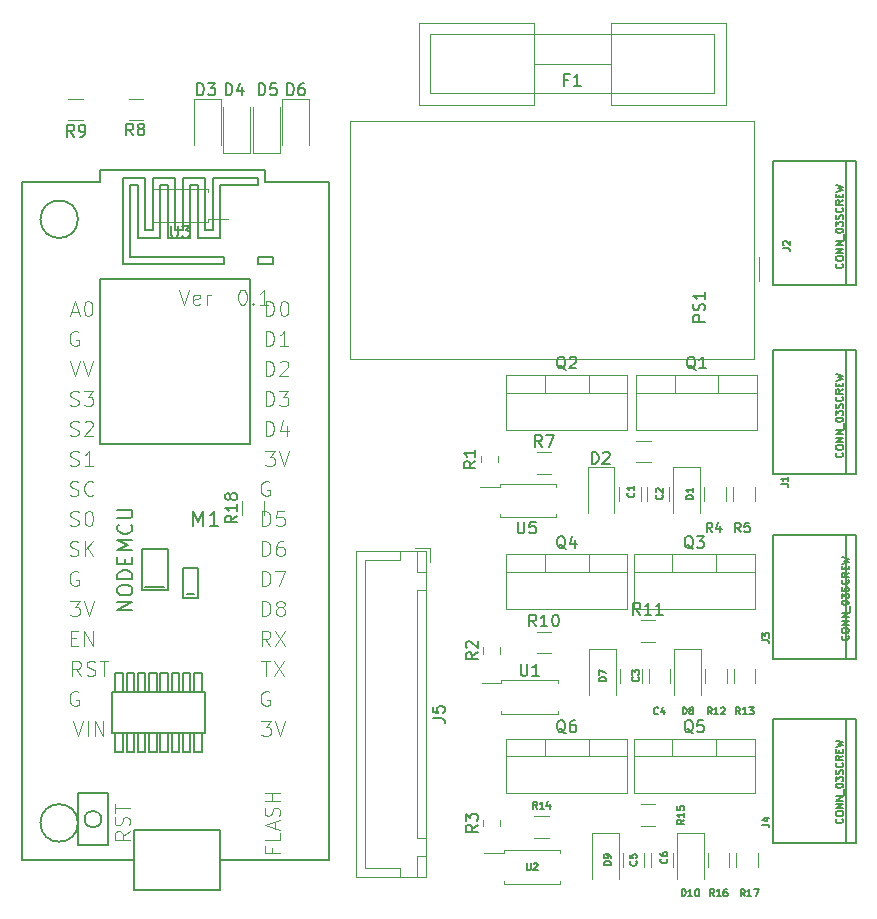
<source format=gbr>
G04 #@! TF.GenerationSoftware,KiCad,Pcbnew,(5.1.6)-1*
G04 #@! TF.CreationDate,2021-03-10T15:07:37+06:00*
G04 #@! TF.ProjectId,nodemcu01,6e6f6465-6d63-4753-9031-2e6b69636164,rev?*
G04 #@! TF.SameCoordinates,Original*
G04 #@! TF.FileFunction,Legend,Top*
G04 #@! TF.FilePolarity,Positive*
%FSLAX46Y46*%
G04 Gerber Fmt 4.6, Leading zero omitted, Abs format (unit mm)*
G04 Created by KiCad (PCBNEW (5.1.6)-1) date 2021-03-10 15:07:37*
%MOMM*%
%LPD*%
G01*
G04 APERTURE LIST*
%ADD10C,0.120000*%
%ADD11C,0.203200*%
%ADD12C,0.127000*%
%ADD13C,0.150000*%
%ADD14C,0.101600*%
G04 APERTURE END LIST*
D10*
G04 #@! TO.C,J5*
X142550000Y-120150000D02*
X141300000Y-120150000D01*
X142550000Y-121400000D02*
X142550000Y-120150000D01*
X137050000Y-147300000D02*
X137050000Y-134250000D01*
X140000000Y-147300000D02*
X137050000Y-147300000D01*
X140000000Y-148050000D02*
X140000000Y-147300000D01*
X137050000Y-121200000D02*
X137050000Y-134250000D01*
X140000000Y-121200000D02*
X137050000Y-121200000D01*
X140000000Y-120450000D02*
X140000000Y-121200000D01*
X142250000Y-148050000D02*
X142250000Y-146250000D01*
X141500000Y-148050000D02*
X142250000Y-148050000D01*
X141500000Y-146250000D02*
X141500000Y-148050000D01*
X142250000Y-146250000D02*
X141500000Y-146250000D01*
X142250000Y-122250000D02*
X142250000Y-120450000D01*
X141500000Y-122250000D02*
X142250000Y-122250000D01*
X141500000Y-120450000D02*
X141500000Y-122250000D01*
X142250000Y-120450000D02*
X141500000Y-120450000D01*
X142250000Y-144750000D02*
X142250000Y-123750000D01*
X141500000Y-144750000D02*
X142250000Y-144750000D01*
X141500000Y-123750000D02*
X141500000Y-144750000D01*
X142250000Y-123750000D02*
X141500000Y-123750000D01*
X142260000Y-148060000D02*
X142260000Y-120440000D01*
X136290000Y-148060000D02*
X142260000Y-148060000D01*
X136290000Y-120440000D02*
X136290000Y-148060000D01*
X142260000Y-120440000D02*
X136290000Y-120440000D01*
G04 #@! TO.C,U3*
X121400000Y-89790000D02*
X119015000Y-89790000D01*
X119015000Y-89790000D02*
X119015000Y-90030000D01*
X121400000Y-89790000D02*
X123785000Y-89790000D01*
X123785000Y-89790000D02*
X123785000Y-90030000D01*
X121400000Y-92610000D02*
X119015000Y-92610000D01*
X119015000Y-92610000D02*
X119015000Y-92370000D01*
X121400000Y-92610000D02*
X123785000Y-92610000D01*
X123785000Y-92610000D02*
X123785000Y-92370000D01*
X123785000Y-92370000D02*
X125450000Y-92370000D01*
G04 #@! TO.C,U2*
X151200000Y-148610000D02*
X153585000Y-148610000D01*
X153585000Y-148610000D02*
X153585000Y-148370000D01*
X151200000Y-148610000D02*
X148815000Y-148610000D01*
X148815000Y-148610000D02*
X148815000Y-148370000D01*
X151200000Y-145790000D02*
X153585000Y-145790000D01*
X153585000Y-145790000D02*
X153585000Y-146030000D01*
X151200000Y-145790000D02*
X148815000Y-145790000D01*
X148815000Y-145790000D02*
X148815000Y-146030000D01*
X148815000Y-146030000D02*
X147150000Y-146030000D01*
G04 #@! TO.C,U1*
X151000000Y-134210000D02*
X153385000Y-134210000D01*
X153385000Y-134210000D02*
X153385000Y-133970000D01*
X151000000Y-134210000D02*
X148615000Y-134210000D01*
X148615000Y-134210000D02*
X148615000Y-133970000D01*
X151000000Y-131390000D02*
X153385000Y-131390000D01*
X153385000Y-131390000D02*
X153385000Y-131630000D01*
X151000000Y-131390000D02*
X148615000Y-131390000D01*
X148615000Y-131390000D02*
X148615000Y-131630000D01*
X148615000Y-131630000D02*
X146950000Y-131630000D01*
G04 #@! TO.C,U5*
X150850000Y-117575000D02*
X153235000Y-117575000D01*
X153235000Y-117575000D02*
X153235000Y-117335000D01*
X150850000Y-117575000D02*
X148465000Y-117575000D01*
X148465000Y-117575000D02*
X148465000Y-117335000D01*
X150850000Y-114755000D02*
X153235000Y-114755000D01*
X153235000Y-114755000D02*
X153235000Y-114995000D01*
X150850000Y-114755000D02*
X148465000Y-114755000D01*
X148465000Y-114755000D02*
X148465000Y-114995000D01*
X148465000Y-114995000D02*
X146800000Y-114995000D01*
G04 #@! TO.C,R3*
X147090000Y-143721078D02*
X147090000Y-143203922D01*
X148510000Y-143721078D02*
X148510000Y-143203922D01*
G04 #@! TO.C,R2*
X147090000Y-129121078D02*
X147090000Y-128603922D01*
X148510000Y-129121078D02*
X148510000Y-128603922D01*
G04 #@! TO.C,R1*
X146890000Y-112921078D02*
X146890000Y-112403922D01*
X148310000Y-112921078D02*
X148310000Y-112403922D01*
G04 #@! TO.C,F1*
X151350000Y-79200000D02*
X157850000Y-79200000D01*
X151350000Y-82700000D02*
X151350000Y-75700000D01*
X142600000Y-75700000D02*
X151350000Y-75700000D01*
X142600000Y-82700000D02*
X151350000Y-82700000D01*
X165350000Y-76700000D02*
X166600000Y-76700000D01*
X165100000Y-81700000D02*
X166600000Y-81700000D01*
X153100000Y-76700000D02*
X165350000Y-76700000D01*
X153350000Y-81700000D02*
X165100000Y-81700000D01*
X142600000Y-76700000D02*
X153100000Y-76700000D01*
X142600000Y-81700000D02*
X153350000Y-81700000D01*
X142600000Y-81700000D02*
X142600000Y-76700000D01*
X141600000Y-82700000D02*
X142600000Y-82700000D01*
X141600000Y-82700000D02*
X141600000Y-75700000D01*
X141600000Y-75700000D02*
X142600000Y-75700000D01*
X166600000Y-81700000D02*
X166600000Y-76700000D01*
X157850000Y-82700000D02*
X167600000Y-82700000D01*
X167600000Y-82700000D02*
X167600000Y-75700000D01*
X157850000Y-75700000D02*
X167600000Y-75700000D01*
X157850000Y-82700000D02*
X157850000Y-75700000D01*
G04 #@! TO.C,R18*
X126690000Y-117402064D02*
X126690000Y-116197936D01*
X128510000Y-117402064D02*
X128510000Y-116197936D01*
G04 #@! TO.C,PS1*
X170390000Y-97600000D02*
X170390000Y-95590000D01*
X135800000Y-104200000D02*
X170000000Y-104200000D01*
X135800000Y-84000000D02*
X135800000Y-104200000D01*
X170000000Y-84000000D02*
X135800000Y-84000000D01*
X170000000Y-104200000D02*
X170000000Y-84000000D01*
G04 #@! TO.C,R17*
X168490000Y-145997936D02*
X168490000Y-147202064D01*
X170310000Y-145997936D02*
X170310000Y-147202064D01*
G04 #@! TO.C,R16*
X166090000Y-145997936D02*
X166090000Y-147202064D01*
X167910000Y-145997936D02*
X167910000Y-147202064D01*
G04 #@! TO.C,R15*
X160397936Y-143710000D02*
X161602064Y-143710000D01*
X160397936Y-141890000D02*
X161602064Y-141890000D01*
G04 #@! TO.C,R14*
X151397936Y-144710000D02*
X152602064Y-144710000D01*
X151397936Y-142890000D02*
X152602064Y-142890000D01*
G04 #@! TO.C,Q6*
X155991000Y-136330000D02*
X155991000Y-137840000D01*
X152290000Y-136330000D02*
X152290000Y-137840000D01*
X149020000Y-137840000D02*
X159260000Y-137840000D01*
X159260000Y-136330000D02*
X159260000Y-140971000D01*
X149020000Y-136330000D02*
X149020000Y-140971000D01*
X149020000Y-140971000D02*
X159260000Y-140971000D01*
X149020000Y-136330000D02*
X159260000Y-136330000D01*
G04 #@! TO.C,Q5*
X166791000Y-136330000D02*
X166791000Y-137840000D01*
X163090000Y-136330000D02*
X163090000Y-137840000D01*
X159820000Y-137840000D02*
X170060000Y-137840000D01*
X170060000Y-136330000D02*
X170060000Y-140971000D01*
X159820000Y-136330000D02*
X159820000Y-140971000D01*
X159820000Y-140971000D02*
X170060000Y-140971000D01*
X159820000Y-136330000D02*
X170060000Y-136330000D01*
D11*
G04 #@! TO.C,J4*
X177799080Y-134652240D02*
X177799080Y-145147520D01*
X177799080Y-145147520D02*
X171601480Y-145147520D01*
X178599180Y-145147520D02*
X177799080Y-145147520D01*
X178599180Y-134652240D02*
X178599180Y-145147520D01*
X177799080Y-134652240D02*
X178599180Y-134652240D01*
X171601480Y-134652240D02*
X177799080Y-134652240D01*
X171601480Y-145147520D02*
X171601480Y-134652240D01*
D10*
G04 #@! TO.C,D10*
X163465000Y-144315000D02*
X163465000Y-148200000D01*
X165735000Y-144315000D02*
X163465000Y-144315000D01*
X165735000Y-148200000D02*
X165735000Y-144315000D01*
G04 #@! TO.C,D9*
X156265000Y-144315000D02*
X156265000Y-148200000D01*
X158535000Y-144315000D02*
X156265000Y-144315000D01*
X158535000Y-148200000D02*
X158535000Y-144315000D01*
G04 #@! TO.C,C6*
X161290000Y-145997936D02*
X161290000Y-147202064D01*
X163110000Y-145997936D02*
X163110000Y-147202064D01*
G04 #@! TO.C,C5*
X158890000Y-145997936D02*
X158890000Y-147202064D01*
X160710000Y-145997936D02*
X160710000Y-147202064D01*
G04 #@! TO.C,R13*
X170110000Y-130397936D02*
X170110000Y-131602064D01*
X168290000Y-130397936D02*
X168290000Y-131602064D01*
G04 #@! TO.C,R12*
X167710000Y-130397936D02*
X167710000Y-131602064D01*
X165890000Y-130397936D02*
X165890000Y-131602064D01*
G04 #@! TO.C,R11*
X160397936Y-126290000D02*
X161602064Y-126290000D01*
X160397936Y-128110000D02*
X161602064Y-128110000D01*
G04 #@! TO.C,R10*
X151597936Y-127290000D02*
X152802064Y-127290000D01*
X151597936Y-129110000D02*
X152802064Y-129110000D01*
G04 #@! TO.C,Q4*
X149020000Y-120730000D02*
X159260000Y-120730000D01*
X149020000Y-125371000D02*
X159260000Y-125371000D01*
X149020000Y-120730000D02*
X149020000Y-125371000D01*
X159260000Y-120730000D02*
X159260000Y-125371000D01*
X149020000Y-122240000D02*
X159260000Y-122240000D01*
X152290000Y-120730000D02*
X152290000Y-122240000D01*
X155991000Y-120730000D02*
X155991000Y-122240000D01*
G04 #@! TO.C,Q3*
X159820000Y-120730000D02*
X170060000Y-120730000D01*
X159820000Y-125371000D02*
X170060000Y-125371000D01*
X159820000Y-120730000D02*
X159820000Y-125371000D01*
X170060000Y-120730000D02*
X170060000Y-125371000D01*
X159820000Y-122240000D02*
X170060000Y-122240000D01*
X163090000Y-120730000D02*
X163090000Y-122240000D01*
X166791000Y-120730000D02*
X166791000Y-122240000D01*
D11*
G04 #@! TO.C,J3*
X171601480Y-129547520D02*
X171601480Y-119052240D01*
X171601480Y-119052240D02*
X177799080Y-119052240D01*
X177799080Y-119052240D02*
X178599180Y-119052240D01*
X178599180Y-119052240D02*
X178599180Y-129547520D01*
X178599180Y-129547520D02*
X177799080Y-129547520D01*
X177799080Y-129547520D02*
X171601480Y-129547520D01*
X177799080Y-119052240D02*
X177799080Y-129547520D01*
D10*
G04 #@! TO.C,D8*
X165535000Y-132600000D02*
X165535000Y-128715000D01*
X165535000Y-128715000D02*
X163265000Y-128715000D01*
X163265000Y-128715000D02*
X163265000Y-132600000D01*
G04 #@! TO.C,D7*
X158335000Y-132600000D02*
X158335000Y-128715000D01*
X158335000Y-128715000D02*
X156065000Y-128715000D01*
X156065000Y-128715000D02*
X156065000Y-132600000D01*
G04 #@! TO.C,C4*
X162910000Y-130397936D02*
X162910000Y-131602064D01*
X161090000Y-130397936D02*
X161090000Y-131602064D01*
G04 #@! TO.C,C3*
X160510000Y-130397936D02*
X160510000Y-131602064D01*
X158690000Y-130397936D02*
X158690000Y-131602064D01*
G04 #@! TO.C,R9*
X113152064Y-83960000D02*
X111947936Y-83960000D01*
X113152064Y-82140000D02*
X111947936Y-82140000D01*
G04 #@! TO.C,R8*
X118302064Y-83960000D02*
X117097936Y-83960000D01*
X118302064Y-82140000D02*
X117097936Y-82140000D01*
D11*
G04 #@! TO.C,J2*
X171601480Y-97947520D02*
X171601480Y-87452240D01*
X171601480Y-87452240D02*
X177799080Y-87452240D01*
X177799080Y-87452240D02*
X178599180Y-87452240D01*
X178599180Y-87452240D02*
X178599180Y-97947520D01*
X178599180Y-97947520D02*
X177799080Y-97947520D01*
X177799080Y-97947520D02*
X171601480Y-97947520D01*
X177799080Y-87452240D02*
X177799080Y-97947520D01*
D10*
G04 #@! TO.C,D6*
X132335000Y-86100000D02*
X132335000Y-82215000D01*
X132335000Y-82215000D02*
X130065000Y-82215000D01*
X130065000Y-82215000D02*
X130065000Y-86100000D01*
G04 #@! TO.C,D5*
X127565000Y-82850000D02*
X127565000Y-86735000D01*
X127565000Y-86735000D02*
X129835000Y-86735000D01*
X129835000Y-86735000D02*
X129835000Y-82850000D01*
G04 #@! TO.C,D4*
X125015000Y-82850000D02*
X125015000Y-86735000D01*
X125015000Y-86735000D02*
X127285000Y-86735000D01*
X127285000Y-86735000D02*
X127285000Y-82850000D01*
G04 #@! TO.C,D3*
X124835000Y-86050000D02*
X124835000Y-82165000D01*
X124835000Y-82165000D02*
X122565000Y-82165000D01*
X122565000Y-82165000D02*
X122565000Y-86050000D01*
G04 #@! TO.C,R7*
X151597936Y-113910000D02*
X152802064Y-113910000D01*
X151597936Y-112090000D02*
X152802064Y-112090000D01*
G04 #@! TO.C,Q2*
X155991000Y-105530000D02*
X155991000Y-107040000D01*
X152290000Y-105530000D02*
X152290000Y-107040000D01*
X149020000Y-107040000D02*
X159260000Y-107040000D01*
X159260000Y-105530000D02*
X159260000Y-110171000D01*
X149020000Y-105530000D02*
X149020000Y-110171000D01*
X149020000Y-110171000D02*
X159260000Y-110171000D01*
X149020000Y-105530000D02*
X159260000Y-105530000D01*
G04 #@! TO.C,Q1*
X166991000Y-105530000D02*
X166991000Y-107040000D01*
X163290000Y-105530000D02*
X163290000Y-107040000D01*
X160020000Y-107040000D02*
X170260000Y-107040000D01*
X170260000Y-105530000D02*
X170260000Y-110171000D01*
X160020000Y-105530000D02*
X160020000Y-110171000D01*
X160020000Y-110171000D02*
X170260000Y-110171000D01*
X160020000Y-105530000D02*
X170260000Y-105530000D01*
G04 #@! TO.C,D2*
X155915000Y-113315000D02*
X155915000Y-117200000D01*
X158185000Y-113315000D02*
X155915000Y-113315000D01*
X158185000Y-117200000D02*
X158185000Y-113315000D01*
G04 #@! TO.C,C2*
X162760000Y-114997936D02*
X162760000Y-116202064D01*
X160940000Y-114997936D02*
X160940000Y-116202064D01*
G04 #@! TO.C,C1*
X160410000Y-114997936D02*
X160410000Y-116202064D01*
X158590000Y-114997936D02*
X158590000Y-116202064D01*
G04 #@! TO.C,R6*
X160047936Y-111090000D02*
X161252064Y-111090000D01*
X160047936Y-112910000D02*
X161252064Y-112910000D01*
G04 #@! TO.C,R5*
X170060000Y-114997936D02*
X170060000Y-116202064D01*
X168240000Y-114997936D02*
X168240000Y-116202064D01*
G04 #@! TO.C,R4*
X167610000Y-114997936D02*
X167610000Y-116202064D01*
X165790000Y-114997936D02*
X165790000Y-116202064D01*
G04 #@! TO.C,D1*
X165385000Y-117200000D02*
X165385000Y-113315000D01*
X165385000Y-113315000D02*
X163115000Y-113315000D01*
X163115000Y-113315000D02*
X163115000Y-117200000D01*
D11*
G04 #@! TO.C,J1*
X177799080Y-103452240D02*
X177799080Y-113947520D01*
X177799080Y-113947520D02*
X171601480Y-113947520D01*
X178599180Y-113947520D02*
X177799080Y-113947520D01*
X178599180Y-103452240D02*
X178599180Y-113947520D01*
X177799080Y-103452240D02*
X178599180Y-103452240D01*
X171601480Y-103452240D02*
X177799080Y-103452240D01*
X171601480Y-113947520D02*
X171601480Y-103452240D01*
D12*
G04 #@! TO.C,M1*
X107992500Y-89175000D02*
X114660000Y-89175000D01*
X114660000Y-89175000D02*
X114660000Y-88222500D01*
X114660000Y-88222500D02*
X128630000Y-88222500D01*
X128630000Y-88222500D02*
X128630000Y-89175000D01*
X128630000Y-89175000D02*
X134027500Y-89175000D01*
X134027500Y-89175000D02*
X134027500Y-146642500D01*
X134027500Y-146642500D02*
X124820000Y-146642500D01*
X124820000Y-146642500D02*
X124820000Y-149182500D01*
X117517500Y-149182500D02*
X117517500Y-146642500D01*
X117517500Y-146642500D02*
X107992500Y-146642500D01*
X107992500Y-146642500D02*
X107992500Y-89175000D01*
X114660000Y-111400000D02*
X127360000Y-111400000D01*
X127360000Y-97430000D02*
X114660000Y-97430000D01*
X114660000Y-97430000D02*
X114660000Y-111400000D01*
X125137500Y-96160000D02*
X116565000Y-96160000D01*
X116565000Y-96160000D02*
X116565000Y-88857500D01*
X116565000Y-88857500D02*
X118470000Y-88857500D01*
X118470000Y-88857500D02*
X118470000Y-93302500D01*
X118470000Y-93302500D02*
X119105000Y-93302500D01*
X119105000Y-93302500D02*
X119105000Y-88857500D01*
X119105000Y-88857500D02*
X121010000Y-88857500D01*
X121010000Y-88857500D02*
X121010000Y-93302500D01*
X121010000Y-93302500D02*
X121645000Y-93302500D01*
X121645000Y-93302500D02*
X121645000Y-88857500D01*
X121645000Y-88857500D02*
X123550000Y-88857500D01*
X123550000Y-88857500D02*
X123550000Y-93302500D01*
X123550000Y-93302500D02*
X124185000Y-93302500D01*
X124185000Y-93302500D02*
X124185000Y-88857500D01*
X124185000Y-88857500D02*
X127995000Y-88857500D01*
X127995000Y-88857500D02*
X127995000Y-89492500D01*
X127995000Y-89492500D02*
X124820000Y-89492500D01*
X124820000Y-89492500D02*
X124820000Y-93937500D01*
X124820000Y-93937500D02*
X122915000Y-93937500D01*
X122915000Y-93937500D02*
X122915000Y-89492500D01*
X122915000Y-89492500D02*
X122280000Y-89492500D01*
X122280000Y-89492500D02*
X122280000Y-93937500D01*
X122280000Y-93937500D02*
X120375000Y-93937500D01*
X120375000Y-93937500D02*
X120375000Y-89492500D01*
X120375000Y-89492500D02*
X119740000Y-89492500D01*
X119740000Y-89492500D02*
X119740000Y-93937500D01*
X119740000Y-93937500D02*
X117835000Y-93937500D01*
X117835000Y-93937500D02*
X117835000Y-89492500D01*
X117835000Y-89492500D02*
X117200000Y-89492500D01*
X117200000Y-89492500D02*
X117200000Y-95525000D01*
X117200000Y-95525000D02*
X125137500Y-95525000D01*
X125137500Y-95525000D02*
X125137500Y-96160000D01*
X127995000Y-96160000D02*
X129265000Y-96160000D01*
X129265000Y-96160000D02*
X129265000Y-95525000D01*
X129265000Y-95525000D02*
X127995000Y-95525000D01*
X127995000Y-95525000D02*
X127995000Y-96160000D01*
X112755000Y-145372500D02*
X112755000Y-140927500D01*
X112755000Y-140927500D02*
X115295000Y-140927500D01*
X115295000Y-140927500D02*
X115295000Y-145372500D01*
X115295000Y-145372500D02*
X112755000Y-145372500D01*
X117517500Y-149182500D02*
X124820000Y-149182500D01*
X117517500Y-146642500D02*
X117517500Y-144102500D01*
X117517500Y-144102500D02*
X124820000Y-144102500D01*
X124820000Y-144102500D02*
X124820000Y-146642500D01*
X115612500Y-135847500D02*
X115612500Y-132355000D01*
X115612500Y-132355000D02*
X123550000Y-132355000D01*
X123550000Y-132355000D02*
X123550000Y-135847500D01*
X123550000Y-135847500D02*
X115612500Y-135847500D01*
X115930000Y-132355000D02*
X115930000Y-130767500D01*
X115930000Y-130767500D02*
X116565000Y-130767500D01*
X116565000Y-130767500D02*
X116565000Y-132355000D01*
X116882500Y-132355000D02*
X116882500Y-130767500D01*
X116882500Y-130767500D02*
X117517500Y-130767500D01*
X117517500Y-130767500D02*
X117517500Y-132355000D01*
X117835000Y-132355000D02*
X117835000Y-130767500D01*
X117835000Y-130767500D02*
X118470000Y-130767500D01*
X118470000Y-130767500D02*
X118470000Y-132355000D01*
X118787500Y-132355000D02*
X118787500Y-130767500D01*
X118787500Y-130767500D02*
X119422500Y-130767500D01*
X119422500Y-130767500D02*
X119422500Y-132355000D01*
X119740000Y-132355000D02*
X119740000Y-130767500D01*
X119740000Y-130767500D02*
X120375000Y-130767500D01*
X120375000Y-130767500D02*
X120375000Y-132355000D01*
X120692500Y-132355000D02*
X120692500Y-130767500D01*
X120692500Y-130767500D02*
X121327500Y-130767500D01*
X121327500Y-130767500D02*
X121327500Y-132355000D01*
X121645000Y-132355000D02*
X121645000Y-130767500D01*
X121645000Y-130767500D02*
X122280000Y-130767500D01*
X122280000Y-130767500D02*
X122280000Y-132355000D01*
X122597500Y-132355000D02*
X122597500Y-130767500D01*
X122597500Y-130767500D02*
X123232500Y-130767500D01*
X123232500Y-130767500D02*
X123232500Y-132355000D01*
X123232500Y-135847500D02*
X123232500Y-137435000D01*
X123232500Y-137435000D02*
X122597500Y-137435000D01*
X122597500Y-137435000D02*
X122597500Y-135847500D01*
X122280000Y-135847500D02*
X122280000Y-137435000D01*
X122280000Y-137435000D02*
X121645000Y-137435000D01*
X121645000Y-137435000D02*
X121645000Y-135847500D01*
X121327500Y-135847500D02*
X121327500Y-137435000D01*
X121327500Y-137435000D02*
X120692500Y-137435000D01*
X120692500Y-137435000D02*
X120692500Y-135847500D01*
X120375000Y-135847500D02*
X120375000Y-137435000D01*
X120375000Y-137435000D02*
X119740000Y-137435000D01*
X119740000Y-137435000D02*
X119740000Y-135847500D01*
X119422500Y-135847500D02*
X119422500Y-137435000D01*
X119422500Y-137435000D02*
X118787500Y-137435000D01*
X118787500Y-137435000D02*
X118787500Y-135847500D01*
X118470000Y-135847500D02*
X118470000Y-137435000D01*
X118470000Y-137435000D02*
X117835000Y-137435000D01*
X117835000Y-137435000D02*
X117835000Y-135847500D01*
X117517500Y-135847500D02*
X117517500Y-137435000D01*
X117517500Y-137435000D02*
X116882500Y-137435000D01*
X116882500Y-137435000D02*
X116882500Y-135847500D01*
X116565000Y-135847500D02*
X116565000Y-137435000D01*
X116565000Y-137435000D02*
X115930000Y-137435000D01*
X115930000Y-137435000D02*
X115930000Y-135847500D01*
X118152500Y-120290000D02*
X118152500Y-123782500D01*
X118152500Y-123782500D02*
X120375000Y-123782500D01*
X120375000Y-123782500D02*
X120375000Y-120290000D01*
X120375000Y-120290000D02*
X118152500Y-120290000D01*
X121645000Y-121877500D02*
X121645000Y-124417500D01*
X121645000Y-124417500D02*
X122915000Y-124417500D01*
X122915000Y-124417500D02*
X122915000Y-121877500D01*
X122915000Y-121877500D02*
X121645000Y-121877500D01*
X118470000Y-123465000D02*
X120057500Y-123465000D01*
X121962500Y-124100000D02*
X122597500Y-124100000D01*
X127360000Y-97430000D02*
X127360000Y-111400000D01*
X112755000Y-143467500D02*
G75*
G03*
X112755000Y-143467500I-1587500J0D01*
G01*
X112755000Y-92350000D02*
G75*
G03*
X112755000Y-92350000I-1587500J0D01*
G01*
X114733660Y-143150000D02*
G75*
G03*
X114733660Y-143150000I-708660J0D01*
G01*
G04 #@! TO.C,J5*
D13*
X142802380Y-134583333D02*
X143516666Y-134583333D01*
X143659523Y-134630952D01*
X143754761Y-134726190D01*
X143802380Y-134869047D01*
X143802380Y-134964285D01*
X142802380Y-133630952D02*
X142802380Y-134107142D01*
X143278571Y-134154761D01*
X143230952Y-134107142D01*
X143183333Y-134011904D01*
X143183333Y-133773809D01*
X143230952Y-133678571D01*
X143278571Y-133630952D01*
X143373809Y-133583333D01*
X143611904Y-133583333D01*
X143707142Y-133630952D01*
X143754761Y-133678571D01*
X143802380Y-133773809D01*
X143802380Y-134011904D01*
X143754761Y-134107142D01*
X143707142Y-134154761D01*
G04 #@! TO.C,U3*
X120638095Y-92902380D02*
X120638095Y-93711904D01*
X120685714Y-93807142D01*
X120733333Y-93854761D01*
X120828571Y-93902380D01*
X121019047Y-93902380D01*
X121114285Y-93854761D01*
X121161904Y-93807142D01*
X121209523Y-93711904D01*
X121209523Y-92902380D01*
X121590476Y-92902380D02*
X122209523Y-92902380D01*
X121876190Y-93283333D01*
X122019047Y-93283333D01*
X122114285Y-93330952D01*
X122161904Y-93378571D01*
X122209523Y-93473809D01*
X122209523Y-93711904D01*
X122161904Y-93807142D01*
X122114285Y-93854761D01*
X122019047Y-93902380D01*
X121733333Y-93902380D01*
X121638095Y-93854761D01*
X121590476Y-93807142D01*
G04 #@! TO.C,U2*
X150742857Y-146871428D02*
X150742857Y-147357142D01*
X150771428Y-147414285D01*
X150800000Y-147442857D01*
X150857142Y-147471428D01*
X150971428Y-147471428D01*
X151028571Y-147442857D01*
X151057142Y-147414285D01*
X151085714Y-147357142D01*
X151085714Y-146871428D01*
X151342857Y-146928571D02*
X151371428Y-146900000D01*
X151428571Y-146871428D01*
X151571428Y-146871428D01*
X151628571Y-146900000D01*
X151657142Y-146928571D01*
X151685714Y-146985714D01*
X151685714Y-147042857D01*
X151657142Y-147128571D01*
X151314285Y-147471428D01*
X151685714Y-147471428D01*
G04 #@! TO.C,U1*
X150238095Y-130002380D02*
X150238095Y-130811904D01*
X150285714Y-130907142D01*
X150333333Y-130954761D01*
X150428571Y-131002380D01*
X150619047Y-131002380D01*
X150714285Y-130954761D01*
X150761904Y-130907142D01*
X150809523Y-130811904D01*
X150809523Y-130002380D01*
X151809523Y-131002380D02*
X151238095Y-131002380D01*
X151523809Y-131002380D02*
X151523809Y-130002380D01*
X151428571Y-130145238D01*
X151333333Y-130240476D01*
X151238095Y-130288095D01*
G04 #@! TO.C,U5*
X149988095Y-117952380D02*
X149988095Y-118761904D01*
X150035714Y-118857142D01*
X150083333Y-118904761D01*
X150178571Y-118952380D01*
X150369047Y-118952380D01*
X150464285Y-118904761D01*
X150511904Y-118857142D01*
X150559523Y-118761904D01*
X150559523Y-117952380D01*
X151511904Y-117952380D02*
X151035714Y-117952380D01*
X150988095Y-118428571D01*
X151035714Y-118380952D01*
X151130952Y-118333333D01*
X151369047Y-118333333D01*
X151464285Y-118380952D01*
X151511904Y-118428571D01*
X151559523Y-118523809D01*
X151559523Y-118761904D01*
X151511904Y-118857142D01*
X151464285Y-118904761D01*
X151369047Y-118952380D01*
X151130952Y-118952380D01*
X151035714Y-118904761D01*
X150988095Y-118857142D01*
G04 #@! TO.C,R3*
X146602380Y-143629166D02*
X146126190Y-143962500D01*
X146602380Y-144200595D02*
X145602380Y-144200595D01*
X145602380Y-143819642D01*
X145650000Y-143724404D01*
X145697619Y-143676785D01*
X145792857Y-143629166D01*
X145935714Y-143629166D01*
X146030952Y-143676785D01*
X146078571Y-143724404D01*
X146126190Y-143819642D01*
X146126190Y-144200595D01*
X145602380Y-143295833D02*
X145602380Y-142676785D01*
X145983333Y-143010119D01*
X145983333Y-142867261D01*
X146030952Y-142772023D01*
X146078571Y-142724404D01*
X146173809Y-142676785D01*
X146411904Y-142676785D01*
X146507142Y-142724404D01*
X146554761Y-142772023D01*
X146602380Y-142867261D01*
X146602380Y-143152976D01*
X146554761Y-143248214D01*
X146507142Y-143295833D01*
G04 #@! TO.C,R2*
X146602380Y-129029166D02*
X146126190Y-129362500D01*
X146602380Y-129600595D02*
X145602380Y-129600595D01*
X145602380Y-129219642D01*
X145650000Y-129124404D01*
X145697619Y-129076785D01*
X145792857Y-129029166D01*
X145935714Y-129029166D01*
X146030952Y-129076785D01*
X146078571Y-129124404D01*
X146126190Y-129219642D01*
X146126190Y-129600595D01*
X145697619Y-128648214D02*
X145650000Y-128600595D01*
X145602380Y-128505357D01*
X145602380Y-128267261D01*
X145650000Y-128172023D01*
X145697619Y-128124404D01*
X145792857Y-128076785D01*
X145888095Y-128076785D01*
X146030952Y-128124404D01*
X146602380Y-128695833D01*
X146602380Y-128076785D01*
G04 #@! TO.C,R1*
X146402380Y-112829166D02*
X145926190Y-113162500D01*
X146402380Y-113400595D02*
X145402380Y-113400595D01*
X145402380Y-113019642D01*
X145450000Y-112924404D01*
X145497619Y-112876785D01*
X145592857Y-112829166D01*
X145735714Y-112829166D01*
X145830952Y-112876785D01*
X145878571Y-112924404D01*
X145926190Y-113019642D01*
X145926190Y-113400595D01*
X146402380Y-111876785D02*
X146402380Y-112448214D01*
X146402380Y-112162500D02*
X145402380Y-112162500D01*
X145545238Y-112257738D01*
X145640476Y-112352976D01*
X145688095Y-112448214D01*
G04 #@! TO.C,F1*
X154266666Y-80528571D02*
X153933333Y-80528571D01*
X153933333Y-81052380D02*
X153933333Y-80052380D01*
X154409523Y-80052380D01*
X155314285Y-81052380D02*
X154742857Y-81052380D01*
X155028571Y-81052380D02*
X155028571Y-80052380D01*
X154933333Y-80195238D01*
X154838095Y-80290476D01*
X154742857Y-80338095D01*
G04 #@! TO.C,R18*
X126232380Y-117442857D02*
X125756190Y-117776190D01*
X126232380Y-118014285D02*
X125232380Y-118014285D01*
X125232380Y-117633333D01*
X125280000Y-117538095D01*
X125327619Y-117490476D01*
X125422857Y-117442857D01*
X125565714Y-117442857D01*
X125660952Y-117490476D01*
X125708571Y-117538095D01*
X125756190Y-117633333D01*
X125756190Y-118014285D01*
X126232380Y-116490476D02*
X126232380Y-117061904D01*
X126232380Y-116776190D02*
X125232380Y-116776190D01*
X125375238Y-116871428D01*
X125470476Y-116966666D01*
X125518095Y-117061904D01*
X125660952Y-115919047D02*
X125613333Y-116014285D01*
X125565714Y-116061904D01*
X125470476Y-116109523D01*
X125422857Y-116109523D01*
X125327619Y-116061904D01*
X125280000Y-116014285D01*
X125232380Y-115919047D01*
X125232380Y-115728571D01*
X125280000Y-115633333D01*
X125327619Y-115585714D01*
X125422857Y-115538095D01*
X125470476Y-115538095D01*
X125565714Y-115585714D01*
X125613333Y-115633333D01*
X125660952Y-115728571D01*
X125660952Y-115919047D01*
X125708571Y-116014285D01*
X125756190Y-116061904D01*
X125851428Y-116109523D01*
X126041904Y-116109523D01*
X126137142Y-116061904D01*
X126184761Y-116014285D01*
X126232380Y-115919047D01*
X126232380Y-115728571D01*
X126184761Y-115633333D01*
X126137142Y-115585714D01*
X126041904Y-115538095D01*
X125851428Y-115538095D01*
X125756190Y-115585714D01*
X125708571Y-115633333D01*
X125660952Y-115728571D01*
G04 #@! TO.C,PS1*
X165852380Y-101014285D02*
X164852380Y-101014285D01*
X164852380Y-100633333D01*
X164900000Y-100538095D01*
X164947619Y-100490476D01*
X165042857Y-100442857D01*
X165185714Y-100442857D01*
X165280952Y-100490476D01*
X165328571Y-100538095D01*
X165376190Y-100633333D01*
X165376190Y-101014285D01*
X165804761Y-100061904D02*
X165852380Y-99919047D01*
X165852380Y-99680952D01*
X165804761Y-99585714D01*
X165757142Y-99538095D01*
X165661904Y-99490476D01*
X165566666Y-99490476D01*
X165471428Y-99538095D01*
X165423809Y-99585714D01*
X165376190Y-99680952D01*
X165328571Y-99871428D01*
X165280952Y-99966666D01*
X165233333Y-100014285D01*
X165138095Y-100061904D01*
X165042857Y-100061904D01*
X164947619Y-100014285D01*
X164900000Y-99966666D01*
X164852380Y-99871428D01*
X164852380Y-99633333D01*
X164900000Y-99490476D01*
X165852380Y-98538095D02*
X165852380Y-99109523D01*
X165852380Y-98823809D02*
X164852380Y-98823809D01*
X164995238Y-98919047D01*
X165090476Y-99014285D01*
X165138095Y-99109523D01*
G04 #@! TO.C,R17*
X169214285Y-149671428D02*
X169014285Y-149385714D01*
X168871428Y-149671428D02*
X168871428Y-149071428D01*
X169100000Y-149071428D01*
X169157142Y-149100000D01*
X169185714Y-149128571D01*
X169214285Y-149185714D01*
X169214285Y-149271428D01*
X169185714Y-149328571D01*
X169157142Y-149357142D01*
X169100000Y-149385714D01*
X168871428Y-149385714D01*
X169785714Y-149671428D02*
X169442857Y-149671428D01*
X169614285Y-149671428D02*
X169614285Y-149071428D01*
X169557142Y-149157142D01*
X169500000Y-149214285D01*
X169442857Y-149242857D01*
X169985714Y-149071428D02*
X170385714Y-149071428D01*
X170128571Y-149671428D01*
G04 #@! TO.C,R16*
X166614285Y-149671428D02*
X166414285Y-149385714D01*
X166271428Y-149671428D02*
X166271428Y-149071428D01*
X166500000Y-149071428D01*
X166557142Y-149100000D01*
X166585714Y-149128571D01*
X166614285Y-149185714D01*
X166614285Y-149271428D01*
X166585714Y-149328571D01*
X166557142Y-149357142D01*
X166500000Y-149385714D01*
X166271428Y-149385714D01*
X167185714Y-149671428D02*
X166842857Y-149671428D01*
X167014285Y-149671428D02*
X167014285Y-149071428D01*
X166957142Y-149157142D01*
X166900000Y-149214285D01*
X166842857Y-149242857D01*
X167700000Y-149071428D02*
X167585714Y-149071428D01*
X167528571Y-149100000D01*
X167500000Y-149128571D01*
X167442857Y-149214285D01*
X167414285Y-149328571D01*
X167414285Y-149557142D01*
X167442857Y-149614285D01*
X167471428Y-149642857D01*
X167528571Y-149671428D01*
X167642857Y-149671428D01*
X167700000Y-149642857D01*
X167728571Y-149614285D01*
X167757142Y-149557142D01*
X167757142Y-149414285D01*
X167728571Y-149357142D01*
X167700000Y-149328571D01*
X167642857Y-149300000D01*
X167528571Y-149300000D01*
X167471428Y-149328571D01*
X167442857Y-149357142D01*
X167414285Y-149414285D01*
G04 #@! TO.C,R15*
X164071428Y-143185714D02*
X163785714Y-143385714D01*
X164071428Y-143528571D02*
X163471428Y-143528571D01*
X163471428Y-143300000D01*
X163500000Y-143242857D01*
X163528571Y-143214285D01*
X163585714Y-143185714D01*
X163671428Y-143185714D01*
X163728571Y-143214285D01*
X163757142Y-143242857D01*
X163785714Y-143300000D01*
X163785714Y-143528571D01*
X164071428Y-142614285D02*
X164071428Y-142957142D01*
X164071428Y-142785714D02*
X163471428Y-142785714D01*
X163557142Y-142842857D01*
X163614285Y-142900000D01*
X163642857Y-142957142D01*
X163471428Y-142071428D02*
X163471428Y-142357142D01*
X163757142Y-142385714D01*
X163728571Y-142357142D01*
X163700000Y-142300000D01*
X163700000Y-142157142D01*
X163728571Y-142100000D01*
X163757142Y-142071428D01*
X163814285Y-142042857D01*
X163957142Y-142042857D01*
X164014285Y-142071428D01*
X164042857Y-142100000D01*
X164071428Y-142157142D01*
X164071428Y-142300000D01*
X164042857Y-142357142D01*
X164014285Y-142385714D01*
G04 #@! TO.C,R14*
X151614285Y-142251428D02*
X151414285Y-141965714D01*
X151271428Y-142251428D02*
X151271428Y-141651428D01*
X151500000Y-141651428D01*
X151557142Y-141680000D01*
X151585714Y-141708571D01*
X151614285Y-141765714D01*
X151614285Y-141851428D01*
X151585714Y-141908571D01*
X151557142Y-141937142D01*
X151500000Y-141965714D01*
X151271428Y-141965714D01*
X152185714Y-142251428D02*
X151842857Y-142251428D01*
X152014285Y-142251428D02*
X152014285Y-141651428D01*
X151957142Y-141737142D01*
X151900000Y-141794285D01*
X151842857Y-141822857D01*
X152700000Y-141851428D02*
X152700000Y-142251428D01*
X152557142Y-141622857D02*
X152414285Y-142051428D01*
X152785714Y-142051428D01*
G04 #@! TO.C,Q6*
X154044761Y-135877619D02*
X153949523Y-135830000D01*
X153854285Y-135734761D01*
X153711428Y-135591904D01*
X153616190Y-135544285D01*
X153520952Y-135544285D01*
X153568571Y-135782380D02*
X153473333Y-135734761D01*
X153378095Y-135639523D01*
X153330476Y-135449047D01*
X153330476Y-135115714D01*
X153378095Y-134925238D01*
X153473333Y-134830000D01*
X153568571Y-134782380D01*
X153759047Y-134782380D01*
X153854285Y-134830000D01*
X153949523Y-134925238D01*
X153997142Y-135115714D01*
X153997142Y-135449047D01*
X153949523Y-135639523D01*
X153854285Y-135734761D01*
X153759047Y-135782380D01*
X153568571Y-135782380D01*
X154854285Y-134782380D02*
X154663809Y-134782380D01*
X154568571Y-134830000D01*
X154520952Y-134877619D01*
X154425714Y-135020476D01*
X154378095Y-135210952D01*
X154378095Y-135591904D01*
X154425714Y-135687142D01*
X154473333Y-135734761D01*
X154568571Y-135782380D01*
X154759047Y-135782380D01*
X154854285Y-135734761D01*
X154901904Y-135687142D01*
X154949523Y-135591904D01*
X154949523Y-135353809D01*
X154901904Y-135258571D01*
X154854285Y-135210952D01*
X154759047Y-135163333D01*
X154568571Y-135163333D01*
X154473333Y-135210952D01*
X154425714Y-135258571D01*
X154378095Y-135353809D01*
G04 #@! TO.C,Q5*
X164844761Y-135877619D02*
X164749523Y-135830000D01*
X164654285Y-135734761D01*
X164511428Y-135591904D01*
X164416190Y-135544285D01*
X164320952Y-135544285D01*
X164368571Y-135782380D02*
X164273333Y-135734761D01*
X164178095Y-135639523D01*
X164130476Y-135449047D01*
X164130476Y-135115714D01*
X164178095Y-134925238D01*
X164273333Y-134830000D01*
X164368571Y-134782380D01*
X164559047Y-134782380D01*
X164654285Y-134830000D01*
X164749523Y-134925238D01*
X164797142Y-135115714D01*
X164797142Y-135449047D01*
X164749523Y-135639523D01*
X164654285Y-135734761D01*
X164559047Y-135782380D01*
X164368571Y-135782380D01*
X165701904Y-134782380D02*
X165225714Y-134782380D01*
X165178095Y-135258571D01*
X165225714Y-135210952D01*
X165320952Y-135163333D01*
X165559047Y-135163333D01*
X165654285Y-135210952D01*
X165701904Y-135258571D01*
X165749523Y-135353809D01*
X165749523Y-135591904D01*
X165701904Y-135687142D01*
X165654285Y-135734761D01*
X165559047Y-135782380D01*
X165320952Y-135782380D01*
X165225714Y-135734761D01*
X165178095Y-135687142D01*
G04 #@! TO.C,J4*
D12*
X170678371Y-143603200D02*
X171113800Y-143603200D01*
X171200885Y-143632228D01*
X171258942Y-143690285D01*
X171287971Y-143777371D01*
X171287971Y-143835428D01*
X170881571Y-143051657D02*
X171287971Y-143051657D01*
X170649342Y-143196800D02*
X171084771Y-143341942D01*
X171084771Y-142964571D01*
X177467714Y-143106057D02*
X177496742Y-143135085D01*
X177525771Y-143222171D01*
X177525771Y-143280228D01*
X177496742Y-143367314D01*
X177438685Y-143425371D01*
X177380628Y-143454400D01*
X177264514Y-143483428D01*
X177177428Y-143483428D01*
X177061314Y-143454400D01*
X177003257Y-143425371D01*
X176945200Y-143367314D01*
X176916171Y-143280228D01*
X176916171Y-143222171D01*
X176945200Y-143135085D01*
X176974228Y-143106057D01*
X176916171Y-142728685D02*
X176916171Y-142612571D01*
X176945200Y-142554514D01*
X177003257Y-142496457D01*
X177119371Y-142467428D01*
X177322571Y-142467428D01*
X177438685Y-142496457D01*
X177496742Y-142554514D01*
X177525771Y-142612571D01*
X177525771Y-142728685D01*
X177496742Y-142786742D01*
X177438685Y-142844800D01*
X177322571Y-142873828D01*
X177119371Y-142873828D01*
X177003257Y-142844800D01*
X176945200Y-142786742D01*
X176916171Y-142728685D01*
X177525771Y-142206171D02*
X176916171Y-142206171D01*
X177525771Y-141857828D01*
X176916171Y-141857828D01*
X177525771Y-141567542D02*
X176916171Y-141567542D01*
X177525771Y-141219200D01*
X176916171Y-141219200D01*
X177583828Y-141074057D02*
X177583828Y-140609600D01*
X176916171Y-140348342D02*
X176916171Y-140290285D01*
X176945200Y-140232228D01*
X176974228Y-140203200D01*
X177032285Y-140174171D01*
X177148400Y-140145142D01*
X177293542Y-140145142D01*
X177409657Y-140174171D01*
X177467714Y-140203200D01*
X177496742Y-140232228D01*
X177525771Y-140290285D01*
X177525771Y-140348342D01*
X177496742Y-140406400D01*
X177467714Y-140435428D01*
X177409657Y-140464457D01*
X177293542Y-140493485D01*
X177148400Y-140493485D01*
X177032285Y-140464457D01*
X176974228Y-140435428D01*
X176945200Y-140406400D01*
X176916171Y-140348342D01*
X176916171Y-139941942D02*
X176916171Y-139564571D01*
X177148400Y-139767771D01*
X177148400Y-139680685D01*
X177177428Y-139622628D01*
X177206457Y-139593600D01*
X177264514Y-139564571D01*
X177409657Y-139564571D01*
X177467714Y-139593600D01*
X177496742Y-139622628D01*
X177525771Y-139680685D01*
X177525771Y-139854857D01*
X177496742Y-139912914D01*
X177467714Y-139941942D01*
X177496742Y-139332342D02*
X177525771Y-139245257D01*
X177525771Y-139100114D01*
X177496742Y-139042057D01*
X177467714Y-139013028D01*
X177409657Y-138984000D01*
X177351600Y-138984000D01*
X177293542Y-139013028D01*
X177264514Y-139042057D01*
X177235485Y-139100114D01*
X177206457Y-139216228D01*
X177177428Y-139274285D01*
X177148400Y-139303314D01*
X177090342Y-139332342D01*
X177032285Y-139332342D01*
X176974228Y-139303314D01*
X176945200Y-139274285D01*
X176916171Y-139216228D01*
X176916171Y-139071085D01*
X176945200Y-138984000D01*
X177467714Y-138374400D02*
X177496742Y-138403428D01*
X177525771Y-138490514D01*
X177525771Y-138548571D01*
X177496742Y-138635657D01*
X177438685Y-138693714D01*
X177380628Y-138722742D01*
X177264514Y-138751771D01*
X177177428Y-138751771D01*
X177061314Y-138722742D01*
X177003257Y-138693714D01*
X176945200Y-138635657D01*
X176916171Y-138548571D01*
X176916171Y-138490514D01*
X176945200Y-138403428D01*
X176974228Y-138374400D01*
X177525771Y-137764800D02*
X177235485Y-137968000D01*
X177525771Y-138113142D02*
X176916171Y-138113142D01*
X176916171Y-137880914D01*
X176945200Y-137822857D01*
X176974228Y-137793828D01*
X177032285Y-137764800D01*
X177119371Y-137764800D01*
X177177428Y-137793828D01*
X177206457Y-137822857D01*
X177235485Y-137880914D01*
X177235485Y-138113142D01*
X177206457Y-137503542D02*
X177206457Y-137300342D01*
X177525771Y-137213257D02*
X177525771Y-137503542D01*
X176916171Y-137503542D01*
X176916171Y-137213257D01*
X176916171Y-137010057D02*
X177525771Y-136864914D01*
X177090342Y-136748800D01*
X177525771Y-136632685D01*
X176916171Y-136487542D01*
G04 #@! TO.C,D10*
D13*
X163871428Y-149671428D02*
X163871428Y-149071428D01*
X164014285Y-149071428D01*
X164100000Y-149100000D01*
X164157142Y-149157142D01*
X164185714Y-149214285D01*
X164214285Y-149328571D01*
X164214285Y-149414285D01*
X164185714Y-149528571D01*
X164157142Y-149585714D01*
X164100000Y-149642857D01*
X164014285Y-149671428D01*
X163871428Y-149671428D01*
X164785714Y-149671428D02*
X164442857Y-149671428D01*
X164614285Y-149671428D02*
X164614285Y-149071428D01*
X164557142Y-149157142D01*
X164500000Y-149214285D01*
X164442857Y-149242857D01*
X165157142Y-149071428D02*
X165214285Y-149071428D01*
X165271428Y-149100000D01*
X165300000Y-149128571D01*
X165328571Y-149185714D01*
X165357142Y-149300000D01*
X165357142Y-149442857D01*
X165328571Y-149557142D01*
X165300000Y-149614285D01*
X165271428Y-149642857D01*
X165214285Y-149671428D01*
X165157142Y-149671428D01*
X165100000Y-149642857D01*
X165071428Y-149614285D01*
X165042857Y-149557142D01*
X165014285Y-149442857D01*
X165014285Y-149300000D01*
X165042857Y-149185714D01*
X165071428Y-149128571D01*
X165100000Y-149100000D01*
X165157142Y-149071428D01*
G04 #@! TO.C,D9*
X157871428Y-147042857D02*
X157271428Y-147042857D01*
X157271428Y-146900000D01*
X157300000Y-146814285D01*
X157357142Y-146757142D01*
X157414285Y-146728571D01*
X157528571Y-146700000D01*
X157614285Y-146700000D01*
X157728571Y-146728571D01*
X157785714Y-146757142D01*
X157842857Y-146814285D01*
X157871428Y-146900000D01*
X157871428Y-147042857D01*
X157871428Y-146414285D02*
X157871428Y-146300000D01*
X157842857Y-146242857D01*
X157814285Y-146214285D01*
X157728571Y-146157142D01*
X157614285Y-146128571D01*
X157385714Y-146128571D01*
X157328571Y-146157142D01*
X157300000Y-146185714D01*
X157271428Y-146242857D01*
X157271428Y-146357142D01*
X157300000Y-146414285D01*
X157328571Y-146442857D01*
X157385714Y-146471428D01*
X157528571Y-146471428D01*
X157585714Y-146442857D01*
X157614285Y-146414285D01*
X157642857Y-146357142D01*
X157642857Y-146242857D01*
X157614285Y-146185714D01*
X157585714Y-146157142D01*
X157528571Y-146128571D01*
G04 #@! TO.C,C6*
X162614285Y-146500000D02*
X162642857Y-146528571D01*
X162671428Y-146614285D01*
X162671428Y-146671428D01*
X162642857Y-146757142D01*
X162585714Y-146814285D01*
X162528571Y-146842857D01*
X162414285Y-146871428D01*
X162328571Y-146871428D01*
X162214285Y-146842857D01*
X162157142Y-146814285D01*
X162100000Y-146757142D01*
X162071428Y-146671428D01*
X162071428Y-146614285D01*
X162100000Y-146528571D01*
X162128571Y-146500000D01*
X162071428Y-145985714D02*
X162071428Y-146100000D01*
X162100000Y-146157142D01*
X162128571Y-146185714D01*
X162214285Y-146242857D01*
X162328571Y-146271428D01*
X162557142Y-146271428D01*
X162614285Y-146242857D01*
X162642857Y-146214285D01*
X162671428Y-146157142D01*
X162671428Y-146042857D01*
X162642857Y-145985714D01*
X162614285Y-145957142D01*
X162557142Y-145928571D01*
X162414285Y-145928571D01*
X162357142Y-145957142D01*
X162328571Y-145985714D01*
X162300000Y-146042857D01*
X162300000Y-146157142D01*
X162328571Y-146214285D01*
X162357142Y-146242857D01*
X162414285Y-146271428D01*
G04 #@! TO.C,C5*
X160014285Y-146700000D02*
X160042857Y-146728571D01*
X160071428Y-146814285D01*
X160071428Y-146871428D01*
X160042857Y-146957142D01*
X159985714Y-147014285D01*
X159928571Y-147042857D01*
X159814285Y-147071428D01*
X159728571Y-147071428D01*
X159614285Y-147042857D01*
X159557142Y-147014285D01*
X159500000Y-146957142D01*
X159471428Y-146871428D01*
X159471428Y-146814285D01*
X159500000Y-146728571D01*
X159528571Y-146700000D01*
X159471428Y-146157142D02*
X159471428Y-146442857D01*
X159757142Y-146471428D01*
X159728571Y-146442857D01*
X159700000Y-146385714D01*
X159700000Y-146242857D01*
X159728571Y-146185714D01*
X159757142Y-146157142D01*
X159814285Y-146128571D01*
X159957142Y-146128571D01*
X160014285Y-146157142D01*
X160042857Y-146185714D01*
X160071428Y-146242857D01*
X160071428Y-146385714D01*
X160042857Y-146442857D01*
X160014285Y-146471428D01*
G04 #@! TO.C,R13*
X168814285Y-134271428D02*
X168614285Y-133985714D01*
X168471428Y-134271428D02*
X168471428Y-133671428D01*
X168700000Y-133671428D01*
X168757142Y-133700000D01*
X168785714Y-133728571D01*
X168814285Y-133785714D01*
X168814285Y-133871428D01*
X168785714Y-133928571D01*
X168757142Y-133957142D01*
X168700000Y-133985714D01*
X168471428Y-133985714D01*
X169385714Y-134271428D02*
X169042857Y-134271428D01*
X169214285Y-134271428D02*
X169214285Y-133671428D01*
X169157142Y-133757142D01*
X169100000Y-133814285D01*
X169042857Y-133842857D01*
X169585714Y-133671428D02*
X169957142Y-133671428D01*
X169757142Y-133900000D01*
X169842857Y-133900000D01*
X169900000Y-133928571D01*
X169928571Y-133957142D01*
X169957142Y-134014285D01*
X169957142Y-134157142D01*
X169928571Y-134214285D01*
X169900000Y-134242857D01*
X169842857Y-134271428D01*
X169671428Y-134271428D01*
X169614285Y-134242857D01*
X169585714Y-134214285D01*
G04 #@! TO.C,R12*
X166414285Y-134271428D02*
X166214285Y-133985714D01*
X166071428Y-134271428D02*
X166071428Y-133671428D01*
X166300000Y-133671428D01*
X166357142Y-133700000D01*
X166385714Y-133728571D01*
X166414285Y-133785714D01*
X166414285Y-133871428D01*
X166385714Y-133928571D01*
X166357142Y-133957142D01*
X166300000Y-133985714D01*
X166071428Y-133985714D01*
X166985714Y-134271428D02*
X166642857Y-134271428D01*
X166814285Y-134271428D02*
X166814285Y-133671428D01*
X166757142Y-133757142D01*
X166700000Y-133814285D01*
X166642857Y-133842857D01*
X167214285Y-133728571D02*
X167242857Y-133700000D01*
X167300000Y-133671428D01*
X167442857Y-133671428D01*
X167500000Y-133700000D01*
X167528571Y-133728571D01*
X167557142Y-133785714D01*
X167557142Y-133842857D01*
X167528571Y-133928571D01*
X167185714Y-134271428D01*
X167557142Y-134271428D01*
G04 #@! TO.C,R11*
X160357142Y-125832380D02*
X160023809Y-125356190D01*
X159785714Y-125832380D02*
X159785714Y-124832380D01*
X160166666Y-124832380D01*
X160261904Y-124880000D01*
X160309523Y-124927619D01*
X160357142Y-125022857D01*
X160357142Y-125165714D01*
X160309523Y-125260952D01*
X160261904Y-125308571D01*
X160166666Y-125356190D01*
X159785714Y-125356190D01*
X161309523Y-125832380D02*
X160738095Y-125832380D01*
X161023809Y-125832380D02*
X161023809Y-124832380D01*
X160928571Y-124975238D01*
X160833333Y-125070476D01*
X160738095Y-125118095D01*
X162261904Y-125832380D02*
X161690476Y-125832380D01*
X161976190Y-125832380D02*
X161976190Y-124832380D01*
X161880952Y-124975238D01*
X161785714Y-125070476D01*
X161690476Y-125118095D01*
G04 #@! TO.C,R10*
X151557142Y-126832380D02*
X151223809Y-126356190D01*
X150985714Y-126832380D02*
X150985714Y-125832380D01*
X151366666Y-125832380D01*
X151461904Y-125880000D01*
X151509523Y-125927619D01*
X151557142Y-126022857D01*
X151557142Y-126165714D01*
X151509523Y-126260952D01*
X151461904Y-126308571D01*
X151366666Y-126356190D01*
X150985714Y-126356190D01*
X152509523Y-126832380D02*
X151938095Y-126832380D01*
X152223809Y-126832380D02*
X152223809Y-125832380D01*
X152128571Y-125975238D01*
X152033333Y-126070476D01*
X151938095Y-126118095D01*
X153128571Y-125832380D02*
X153223809Y-125832380D01*
X153319047Y-125880000D01*
X153366666Y-125927619D01*
X153414285Y-126022857D01*
X153461904Y-126213333D01*
X153461904Y-126451428D01*
X153414285Y-126641904D01*
X153366666Y-126737142D01*
X153319047Y-126784761D01*
X153223809Y-126832380D01*
X153128571Y-126832380D01*
X153033333Y-126784761D01*
X152985714Y-126737142D01*
X152938095Y-126641904D01*
X152890476Y-126451428D01*
X152890476Y-126213333D01*
X152938095Y-126022857D01*
X152985714Y-125927619D01*
X153033333Y-125880000D01*
X153128571Y-125832380D01*
G04 #@! TO.C,Q4*
X154044761Y-120277619D02*
X153949523Y-120230000D01*
X153854285Y-120134761D01*
X153711428Y-119991904D01*
X153616190Y-119944285D01*
X153520952Y-119944285D01*
X153568571Y-120182380D02*
X153473333Y-120134761D01*
X153378095Y-120039523D01*
X153330476Y-119849047D01*
X153330476Y-119515714D01*
X153378095Y-119325238D01*
X153473333Y-119230000D01*
X153568571Y-119182380D01*
X153759047Y-119182380D01*
X153854285Y-119230000D01*
X153949523Y-119325238D01*
X153997142Y-119515714D01*
X153997142Y-119849047D01*
X153949523Y-120039523D01*
X153854285Y-120134761D01*
X153759047Y-120182380D01*
X153568571Y-120182380D01*
X154854285Y-119515714D02*
X154854285Y-120182380D01*
X154616190Y-119134761D02*
X154378095Y-119849047D01*
X154997142Y-119849047D01*
G04 #@! TO.C,Q3*
X164844761Y-120277619D02*
X164749523Y-120230000D01*
X164654285Y-120134761D01*
X164511428Y-119991904D01*
X164416190Y-119944285D01*
X164320952Y-119944285D01*
X164368571Y-120182380D02*
X164273333Y-120134761D01*
X164178095Y-120039523D01*
X164130476Y-119849047D01*
X164130476Y-119515714D01*
X164178095Y-119325238D01*
X164273333Y-119230000D01*
X164368571Y-119182380D01*
X164559047Y-119182380D01*
X164654285Y-119230000D01*
X164749523Y-119325238D01*
X164797142Y-119515714D01*
X164797142Y-119849047D01*
X164749523Y-120039523D01*
X164654285Y-120134761D01*
X164559047Y-120182380D01*
X164368571Y-120182380D01*
X165130476Y-119182380D02*
X165749523Y-119182380D01*
X165416190Y-119563333D01*
X165559047Y-119563333D01*
X165654285Y-119610952D01*
X165701904Y-119658571D01*
X165749523Y-119753809D01*
X165749523Y-119991904D01*
X165701904Y-120087142D01*
X165654285Y-120134761D01*
X165559047Y-120182380D01*
X165273333Y-120182380D01*
X165178095Y-120134761D01*
X165130476Y-120087142D01*
G04 #@! TO.C,J3*
D12*
X170678371Y-128003200D02*
X171113800Y-128003200D01*
X171200885Y-128032228D01*
X171258942Y-128090285D01*
X171287971Y-128177371D01*
X171287971Y-128235428D01*
X170678371Y-127770971D02*
X170678371Y-127393600D01*
X170910600Y-127596800D01*
X170910600Y-127509714D01*
X170939628Y-127451657D01*
X170968657Y-127422628D01*
X171026714Y-127393600D01*
X171171857Y-127393600D01*
X171229914Y-127422628D01*
X171258942Y-127451657D01*
X171287971Y-127509714D01*
X171287971Y-127683885D01*
X171258942Y-127741942D01*
X171229914Y-127770971D01*
X177967714Y-127606057D02*
X177996742Y-127635085D01*
X178025771Y-127722171D01*
X178025771Y-127780228D01*
X177996742Y-127867314D01*
X177938685Y-127925371D01*
X177880628Y-127954400D01*
X177764514Y-127983428D01*
X177677428Y-127983428D01*
X177561314Y-127954400D01*
X177503257Y-127925371D01*
X177445200Y-127867314D01*
X177416171Y-127780228D01*
X177416171Y-127722171D01*
X177445200Y-127635085D01*
X177474228Y-127606057D01*
X177416171Y-127228685D02*
X177416171Y-127112571D01*
X177445200Y-127054514D01*
X177503257Y-126996457D01*
X177619371Y-126967428D01*
X177822571Y-126967428D01*
X177938685Y-126996457D01*
X177996742Y-127054514D01*
X178025771Y-127112571D01*
X178025771Y-127228685D01*
X177996742Y-127286742D01*
X177938685Y-127344800D01*
X177822571Y-127373828D01*
X177619371Y-127373828D01*
X177503257Y-127344800D01*
X177445200Y-127286742D01*
X177416171Y-127228685D01*
X178025771Y-126706171D02*
X177416171Y-126706171D01*
X178025771Y-126357828D01*
X177416171Y-126357828D01*
X178025771Y-126067542D02*
X177416171Y-126067542D01*
X178025771Y-125719200D01*
X177416171Y-125719200D01*
X178083828Y-125574057D02*
X178083828Y-125109600D01*
X177416171Y-124848342D02*
X177416171Y-124790285D01*
X177445200Y-124732228D01*
X177474228Y-124703200D01*
X177532285Y-124674171D01*
X177648400Y-124645142D01*
X177793542Y-124645142D01*
X177909657Y-124674171D01*
X177967714Y-124703200D01*
X177996742Y-124732228D01*
X178025771Y-124790285D01*
X178025771Y-124848342D01*
X177996742Y-124906400D01*
X177967714Y-124935428D01*
X177909657Y-124964457D01*
X177793542Y-124993485D01*
X177648400Y-124993485D01*
X177532285Y-124964457D01*
X177474228Y-124935428D01*
X177445200Y-124906400D01*
X177416171Y-124848342D01*
X177416171Y-124441942D02*
X177416171Y-124064571D01*
X177648400Y-124267771D01*
X177648400Y-124180685D01*
X177677428Y-124122628D01*
X177706457Y-124093600D01*
X177764514Y-124064571D01*
X177909657Y-124064571D01*
X177967714Y-124093600D01*
X177996742Y-124122628D01*
X178025771Y-124180685D01*
X178025771Y-124354857D01*
X177996742Y-124412914D01*
X177967714Y-124441942D01*
X177996742Y-123832342D02*
X178025771Y-123745257D01*
X178025771Y-123600114D01*
X177996742Y-123542057D01*
X177967714Y-123513028D01*
X177909657Y-123484000D01*
X177851600Y-123484000D01*
X177793542Y-123513028D01*
X177764514Y-123542057D01*
X177735485Y-123600114D01*
X177706457Y-123716228D01*
X177677428Y-123774285D01*
X177648400Y-123803314D01*
X177590342Y-123832342D01*
X177532285Y-123832342D01*
X177474228Y-123803314D01*
X177445200Y-123774285D01*
X177416171Y-123716228D01*
X177416171Y-123571085D01*
X177445200Y-123484000D01*
X177967714Y-122874400D02*
X177996742Y-122903428D01*
X178025771Y-122990514D01*
X178025771Y-123048571D01*
X177996742Y-123135657D01*
X177938685Y-123193714D01*
X177880628Y-123222742D01*
X177764514Y-123251771D01*
X177677428Y-123251771D01*
X177561314Y-123222742D01*
X177503257Y-123193714D01*
X177445200Y-123135657D01*
X177416171Y-123048571D01*
X177416171Y-122990514D01*
X177445200Y-122903428D01*
X177474228Y-122874400D01*
X178025771Y-122264800D02*
X177735485Y-122468000D01*
X178025771Y-122613142D02*
X177416171Y-122613142D01*
X177416171Y-122380914D01*
X177445200Y-122322857D01*
X177474228Y-122293828D01*
X177532285Y-122264800D01*
X177619371Y-122264800D01*
X177677428Y-122293828D01*
X177706457Y-122322857D01*
X177735485Y-122380914D01*
X177735485Y-122613142D01*
X177706457Y-122003542D02*
X177706457Y-121800342D01*
X178025771Y-121713257D02*
X178025771Y-122003542D01*
X177416171Y-122003542D01*
X177416171Y-121713257D01*
X177416171Y-121510057D02*
X178025771Y-121364914D01*
X177590342Y-121248800D01*
X178025771Y-121132685D01*
X177416171Y-120987542D01*
G04 #@! TO.C,D8*
D13*
X163957142Y-134271428D02*
X163957142Y-133671428D01*
X164100000Y-133671428D01*
X164185714Y-133700000D01*
X164242857Y-133757142D01*
X164271428Y-133814285D01*
X164300000Y-133928571D01*
X164300000Y-134014285D01*
X164271428Y-134128571D01*
X164242857Y-134185714D01*
X164185714Y-134242857D01*
X164100000Y-134271428D01*
X163957142Y-134271428D01*
X164642857Y-133928571D02*
X164585714Y-133900000D01*
X164557142Y-133871428D01*
X164528571Y-133814285D01*
X164528571Y-133785714D01*
X164557142Y-133728571D01*
X164585714Y-133700000D01*
X164642857Y-133671428D01*
X164757142Y-133671428D01*
X164814285Y-133700000D01*
X164842857Y-133728571D01*
X164871428Y-133785714D01*
X164871428Y-133814285D01*
X164842857Y-133871428D01*
X164814285Y-133900000D01*
X164757142Y-133928571D01*
X164642857Y-133928571D01*
X164585714Y-133957142D01*
X164557142Y-133985714D01*
X164528571Y-134042857D01*
X164528571Y-134157142D01*
X164557142Y-134214285D01*
X164585714Y-134242857D01*
X164642857Y-134271428D01*
X164757142Y-134271428D01*
X164814285Y-134242857D01*
X164842857Y-134214285D01*
X164871428Y-134157142D01*
X164871428Y-134042857D01*
X164842857Y-133985714D01*
X164814285Y-133957142D01*
X164757142Y-133928571D01*
G04 #@! TO.C,D7*
X157471428Y-131442857D02*
X156871428Y-131442857D01*
X156871428Y-131300000D01*
X156900000Y-131214285D01*
X156957142Y-131157142D01*
X157014285Y-131128571D01*
X157128571Y-131100000D01*
X157214285Y-131100000D01*
X157328571Y-131128571D01*
X157385714Y-131157142D01*
X157442857Y-131214285D01*
X157471428Y-131300000D01*
X157471428Y-131442857D01*
X156871428Y-130900000D02*
X156871428Y-130500000D01*
X157471428Y-130757142D01*
G04 #@! TO.C,C4*
X161900000Y-134214285D02*
X161871428Y-134242857D01*
X161785714Y-134271428D01*
X161728571Y-134271428D01*
X161642857Y-134242857D01*
X161585714Y-134185714D01*
X161557142Y-134128571D01*
X161528571Y-134014285D01*
X161528571Y-133928571D01*
X161557142Y-133814285D01*
X161585714Y-133757142D01*
X161642857Y-133700000D01*
X161728571Y-133671428D01*
X161785714Y-133671428D01*
X161871428Y-133700000D01*
X161900000Y-133728571D01*
X162414285Y-133871428D02*
X162414285Y-134271428D01*
X162271428Y-133642857D02*
X162128571Y-134071428D01*
X162500000Y-134071428D01*
G04 #@! TO.C,C3*
X160214285Y-131100000D02*
X160242857Y-131128571D01*
X160271428Y-131214285D01*
X160271428Y-131271428D01*
X160242857Y-131357142D01*
X160185714Y-131414285D01*
X160128571Y-131442857D01*
X160014285Y-131471428D01*
X159928571Y-131471428D01*
X159814285Y-131442857D01*
X159757142Y-131414285D01*
X159700000Y-131357142D01*
X159671428Y-131271428D01*
X159671428Y-131214285D01*
X159700000Y-131128571D01*
X159728571Y-131100000D01*
X159671428Y-130900000D02*
X159671428Y-130528571D01*
X159900000Y-130728571D01*
X159900000Y-130642857D01*
X159928571Y-130585714D01*
X159957142Y-130557142D01*
X160014285Y-130528571D01*
X160157142Y-130528571D01*
X160214285Y-130557142D01*
X160242857Y-130585714D01*
X160271428Y-130642857D01*
X160271428Y-130814285D01*
X160242857Y-130871428D01*
X160214285Y-130900000D01*
G04 #@! TO.C,R9*
X112433333Y-85352380D02*
X112100000Y-84876190D01*
X111861904Y-85352380D02*
X111861904Y-84352380D01*
X112242857Y-84352380D01*
X112338095Y-84400000D01*
X112385714Y-84447619D01*
X112433333Y-84542857D01*
X112433333Y-84685714D01*
X112385714Y-84780952D01*
X112338095Y-84828571D01*
X112242857Y-84876190D01*
X111861904Y-84876190D01*
X112909523Y-85352380D02*
X113100000Y-85352380D01*
X113195238Y-85304761D01*
X113242857Y-85257142D01*
X113338095Y-85114285D01*
X113385714Y-84923809D01*
X113385714Y-84542857D01*
X113338095Y-84447619D01*
X113290476Y-84400000D01*
X113195238Y-84352380D01*
X113004761Y-84352380D01*
X112909523Y-84400000D01*
X112861904Y-84447619D01*
X112814285Y-84542857D01*
X112814285Y-84780952D01*
X112861904Y-84876190D01*
X112909523Y-84923809D01*
X113004761Y-84971428D01*
X113195238Y-84971428D01*
X113290476Y-84923809D01*
X113338095Y-84876190D01*
X113385714Y-84780952D01*
G04 #@! TO.C,R8*
X117433333Y-85252380D02*
X117100000Y-84776190D01*
X116861904Y-85252380D02*
X116861904Y-84252380D01*
X117242857Y-84252380D01*
X117338095Y-84300000D01*
X117385714Y-84347619D01*
X117433333Y-84442857D01*
X117433333Y-84585714D01*
X117385714Y-84680952D01*
X117338095Y-84728571D01*
X117242857Y-84776190D01*
X116861904Y-84776190D01*
X118004761Y-84680952D02*
X117909523Y-84633333D01*
X117861904Y-84585714D01*
X117814285Y-84490476D01*
X117814285Y-84442857D01*
X117861904Y-84347619D01*
X117909523Y-84300000D01*
X118004761Y-84252380D01*
X118195238Y-84252380D01*
X118290476Y-84300000D01*
X118338095Y-84347619D01*
X118385714Y-84442857D01*
X118385714Y-84490476D01*
X118338095Y-84585714D01*
X118290476Y-84633333D01*
X118195238Y-84680952D01*
X118004761Y-84680952D01*
X117909523Y-84728571D01*
X117861904Y-84776190D01*
X117814285Y-84871428D01*
X117814285Y-85061904D01*
X117861904Y-85157142D01*
X117909523Y-85204761D01*
X118004761Y-85252380D01*
X118195238Y-85252380D01*
X118290476Y-85204761D01*
X118338095Y-85157142D01*
X118385714Y-85061904D01*
X118385714Y-84871428D01*
X118338095Y-84776190D01*
X118290476Y-84728571D01*
X118195238Y-84680952D01*
G04 #@! TO.C,J2*
D12*
X172466171Y-94803200D02*
X172901600Y-94803200D01*
X172988685Y-94832228D01*
X173046742Y-94890285D01*
X173075771Y-94977371D01*
X173075771Y-95035428D01*
X172524228Y-94541942D02*
X172495200Y-94512914D01*
X172466171Y-94454857D01*
X172466171Y-94309714D01*
X172495200Y-94251657D01*
X172524228Y-94222628D01*
X172582285Y-94193600D01*
X172640342Y-94193600D01*
X172727428Y-94222628D01*
X173075771Y-94570971D01*
X173075771Y-94193600D01*
X177467714Y-96106057D02*
X177496742Y-96135085D01*
X177525771Y-96222171D01*
X177525771Y-96280228D01*
X177496742Y-96367314D01*
X177438685Y-96425371D01*
X177380628Y-96454400D01*
X177264514Y-96483428D01*
X177177428Y-96483428D01*
X177061314Y-96454400D01*
X177003257Y-96425371D01*
X176945200Y-96367314D01*
X176916171Y-96280228D01*
X176916171Y-96222171D01*
X176945200Y-96135085D01*
X176974228Y-96106057D01*
X176916171Y-95728685D02*
X176916171Y-95612571D01*
X176945200Y-95554514D01*
X177003257Y-95496457D01*
X177119371Y-95467428D01*
X177322571Y-95467428D01*
X177438685Y-95496457D01*
X177496742Y-95554514D01*
X177525771Y-95612571D01*
X177525771Y-95728685D01*
X177496742Y-95786742D01*
X177438685Y-95844800D01*
X177322571Y-95873828D01*
X177119371Y-95873828D01*
X177003257Y-95844800D01*
X176945200Y-95786742D01*
X176916171Y-95728685D01*
X177525771Y-95206171D02*
X176916171Y-95206171D01*
X177525771Y-94857828D01*
X176916171Y-94857828D01*
X177525771Y-94567542D02*
X176916171Y-94567542D01*
X177525771Y-94219200D01*
X176916171Y-94219200D01*
X177583828Y-94074057D02*
X177583828Y-93609600D01*
X176916171Y-93348342D02*
X176916171Y-93290285D01*
X176945200Y-93232228D01*
X176974228Y-93203200D01*
X177032285Y-93174171D01*
X177148400Y-93145142D01*
X177293542Y-93145142D01*
X177409657Y-93174171D01*
X177467714Y-93203200D01*
X177496742Y-93232228D01*
X177525771Y-93290285D01*
X177525771Y-93348342D01*
X177496742Y-93406400D01*
X177467714Y-93435428D01*
X177409657Y-93464457D01*
X177293542Y-93493485D01*
X177148400Y-93493485D01*
X177032285Y-93464457D01*
X176974228Y-93435428D01*
X176945200Y-93406400D01*
X176916171Y-93348342D01*
X176916171Y-92941942D02*
X176916171Y-92564571D01*
X177148400Y-92767771D01*
X177148400Y-92680685D01*
X177177428Y-92622628D01*
X177206457Y-92593600D01*
X177264514Y-92564571D01*
X177409657Y-92564571D01*
X177467714Y-92593600D01*
X177496742Y-92622628D01*
X177525771Y-92680685D01*
X177525771Y-92854857D01*
X177496742Y-92912914D01*
X177467714Y-92941942D01*
X177496742Y-92332342D02*
X177525771Y-92245257D01*
X177525771Y-92100114D01*
X177496742Y-92042057D01*
X177467714Y-92013028D01*
X177409657Y-91984000D01*
X177351600Y-91984000D01*
X177293542Y-92013028D01*
X177264514Y-92042057D01*
X177235485Y-92100114D01*
X177206457Y-92216228D01*
X177177428Y-92274285D01*
X177148400Y-92303314D01*
X177090342Y-92332342D01*
X177032285Y-92332342D01*
X176974228Y-92303314D01*
X176945200Y-92274285D01*
X176916171Y-92216228D01*
X176916171Y-92071085D01*
X176945200Y-91984000D01*
X177467714Y-91374400D02*
X177496742Y-91403428D01*
X177525771Y-91490514D01*
X177525771Y-91548571D01*
X177496742Y-91635657D01*
X177438685Y-91693714D01*
X177380628Y-91722742D01*
X177264514Y-91751771D01*
X177177428Y-91751771D01*
X177061314Y-91722742D01*
X177003257Y-91693714D01*
X176945200Y-91635657D01*
X176916171Y-91548571D01*
X176916171Y-91490514D01*
X176945200Y-91403428D01*
X176974228Y-91374400D01*
X177525771Y-90764800D02*
X177235485Y-90968000D01*
X177525771Y-91113142D02*
X176916171Y-91113142D01*
X176916171Y-90880914D01*
X176945200Y-90822857D01*
X176974228Y-90793828D01*
X177032285Y-90764800D01*
X177119371Y-90764800D01*
X177177428Y-90793828D01*
X177206457Y-90822857D01*
X177235485Y-90880914D01*
X177235485Y-91113142D01*
X177206457Y-90503542D02*
X177206457Y-90300342D01*
X177525771Y-90213257D02*
X177525771Y-90503542D01*
X176916171Y-90503542D01*
X176916171Y-90213257D01*
X176916171Y-90010057D02*
X177525771Y-89864914D01*
X177090342Y-89748800D01*
X177525771Y-89632685D01*
X176916171Y-89487542D01*
G04 #@! TO.C,D6*
D13*
X130461904Y-81852380D02*
X130461904Y-80852380D01*
X130700000Y-80852380D01*
X130842857Y-80900000D01*
X130938095Y-80995238D01*
X130985714Y-81090476D01*
X131033333Y-81280952D01*
X131033333Y-81423809D01*
X130985714Y-81614285D01*
X130938095Y-81709523D01*
X130842857Y-81804761D01*
X130700000Y-81852380D01*
X130461904Y-81852380D01*
X131890476Y-80852380D02*
X131700000Y-80852380D01*
X131604761Y-80900000D01*
X131557142Y-80947619D01*
X131461904Y-81090476D01*
X131414285Y-81280952D01*
X131414285Y-81661904D01*
X131461904Y-81757142D01*
X131509523Y-81804761D01*
X131604761Y-81852380D01*
X131795238Y-81852380D01*
X131890476Y-81804761D01*
X131938095Y-81757142D01*
X131985714Y-81661904D01*
X131985714Y-81423809D01*
X131938095Y-81328571D01*
X131890476Y-81280952D01*
X131795238Y-81233333D01*
X131604761Y-81233333D01*
X131509523Y-81280952D01*
X131461904Y-81328571D01*
X131414285Y-81423809D01*
G04 #@! TO.C,D5*
X128061904Y-81852380D02*
X128061904Y-80852380D01*
X128300000Y-80852380D01*
X128442857Y-80900000D01*
X128538095Y-80995238D01*
X128585714Y-81090476D01*
X128633333Y-81280952D01*
X128633333Y-81423809D01*
X128585714Y-81614285D01*
X128538095Y-81709523D01*
X128442857Y-81804761D01*
X128300000Y-81852380D01*
X128061904Y-81852380D01*
X129538095Y-80852380D02*
X129061904Y-80852380D01*
X129014285Y-81328571D01*
X129061904Y-81280952D01*
X129157142Y-81233333D01*
X129395238Y-81233333D01*
X129490476Y-81280952D01*
X129538095Y-81328571D01*
X129585714Y-81423809D01*
X129585714Y-81661904D01*
X129538095Y-81757142D01*
X129490476Y-81804761D01*
X129395238Y-81852380D01*
X129157142Y-81852380D01*
X129061904Y-81804761D01*
X129014285Y-81757142D01*
G04 #@! TO.C,D4*
X125261904Y-81852380D02*
X125261904Y-80852380D01*
X125500000Y-80852380D01*
X125642857Y-80900000D01*
X125738095Y-80995238D01*
X125785714Y-81090476D01*
X125833333Y-81280952D01*
X125833333Y-81423809D01*
X125785714Y-81614285D01*
X125738095Y-81709523D01*
X125642857Y-81804761D01*
X125500000Y-81852380D01*
X125261904Y-81852380D01*
X126690476Y-81185714D02*
X126690476Y-81852380D01*
X126452380Y-80804761D02*
X126214285Y-81519047D01*
X126833333Y-81519047D01*
G04 #@! TO.C,D3*
X122861904Y-81852380D02*
X122861904Y-80852380D01*
X123100000Y-80852380D01*
X123242857Y-80900000D01*
X123338095Y-80995238D01*
X123385714Y-81090476D01*
X123433333Y-81280952D01*
X123433333Y-81423809D01*
X123385714Y-81614285D01*
X123338095Y-81709523D01*
X123242857Y-81804761D01*
X123100000Y-81852380D01*
X122861904Y-81852380D01*
X123766666Y-80852380D02*
X124385714Y-80852380D01*
X124052380Y-81233333D01*
X124195238Y-81233333D01*
X124290476Y-81280952D01*
X124338095Y-81328571D01*
X124385714Y-81423809D01*
X124385714Y-81661904D01*
X124338095Y-81757142D01*
X124290476Y-81804761D01*
X124195238Y-81852380D01*
X123909523Y-81852380D01*
X123814285Y-81804761D01*
X123766666Y-81757142D01*
G04 #@! TO.C,R7*
X152033333Y-111632380D02*
X151700000Y-111156190D01*
X151461904Y-111632380D02*
X151461904Y-110632380D01*
X151842857Y-110632380D01*
X151938095Y-110680000D01*
X151985714Y-110727619D01*
X152033333Y-110822857D01*
X152033333Y-110965714D01*
X151985714Y-111060952D01*
X151938095Y-111108571D01*
X151842857Y-111156190D01*
X151461904Y-111156190D01*
X152366666Y-110632380D02*
X153033333Y-110632380D01*
X152604761Y-111632380D01*
G04 #@! TO.C,Q2*
X154044761Y-105077619D02*
X153949523Y-105030000D01*
X153854285Y-104934761D01*
X153711428Y-104791904D01*
X153616190Y-104744285D01*
X153520952Y-104744285D01*
X153568571Y-104982380D02*
X153473333Y-104934761D01*
X153378095Y-104839523D01*
X153330476Y-104649047D01*
X153330476Y-104315714D01*
X153378095Y-104125238D01*
X153473333Y-104030000D01*
X153568571Y-103982380D01*
X153759047Y-103982380D01*
X153854285Y-104030000D01*
X153949523Y-104125238D01*
X153997142Y-104315714D01*
X153997142Y-104649047D01*
X153949523Y-104839523D01*
X153854285Y-104934761D01*
X153759047Y-104982380D01*
X153568571Y-104982380D01*
X154378095Y-104077619D02*
X154425714Y-104030000D01*
X154520952Y-103982380D01*
X154759047Y-103982380D01*
X154854285Y-104030000D01*
X154901904Y-104077619D01*
X154949523Y-104172857D01*
X154949523Y-104268095D01*
X154901904Y-104410952D01*
X154330476Y-104982380D01*
X154949523Y-104982380D01*
G04 #@! TO.C,Q1*
X165044761Y-105077619D02*
X164949523Y-105030000D01*
X164854285Y-104934761D01*
X164711428Y-104791904D01*
X164616190Y-104744285D01*
X164520952Y-104744285D01*
X164568571Y-104982380D02*
X164473333Y-104934761D01*
X164378095Y-104839523D01*
X164330476Y-104649047D01*
X164330476Y-104315714D01*
X164378095Y-104125238D01*
X164473333Y-104030000D01*
X164568571Y-103982380D01*
X164759047Y-103982380D01*
X164854285Y-104030000D01*
X164949523Y-104125238D01*
X164997142Y-104315714D01*
X164997142Y-104649047D01*
X164949523Y-104839523D01*
X164854285Y-104934761D01*
X164759047Y-104982380D01*
X164568571Y-104982380D01*
X165949523Y-104982380D02*
X165378095Y-104982380D01*
X165663809Y-104982380D02*
X165663809Y-103982380D01*
X165568571Y-104125238D01*
X165473333Y-104220476D01*
X165378095Y-104268095D01*
G04 #@! TO.C,D2*
X156261904Y-113052380D02*
X156261904Y-112052380D01*
X156500000Y-112052380D01*
X156642857Y-112100000D01*
X156738095Y-112195238D01*
X156785714Y-112290476D01*
X156833333Y-112480952D01*
X156833333Y-112623809D01*
X156785714Y-112814285D01*
X156738095Y-112909523D01*
X156642857Y-113004761D01*
X156500000Y-113052380D01*
X156261904Y-113052380D01*
X157214285Y-112147619D02*
X157261904Y-112100000D01*
X157357142Y-112052380D01*
X157595238Y-112052380D01*
X157690476Y-112100000D01*
X157738095Y-112147619D01*
X157785714Y-112242857D01*
X157785714Y-112338095D01*
X157738095Y-112480952D01*
X157166666Y-113052380D01*
X157785714Y-113052380D01*
G04 #@! TO.C,C2*
X162214285Y-115700000D02*
X162242857Y-115728571D01*
X162271428Y-115814285D01*
X162271428Y-115871428D01*
X162242857Y-115957142D01*
X162185714Y-116014285D01*
X162128571Y-116042857D01*
X162014285Y-116071428D01*
X161928571Y-116071428D01*
X161814285Y-116042857D01*
X161757142Y-116014285D01*
X161700000Y-115957142D01*
X161671428Y-115871428D01*
X161671428Y-115814285D01*
X161700000Y-115728571D01*
X161728571Y-115700000D01*
X161728571Y-115471428D02*
X161700000Y-115442857D01*
X161671428Y-115385714D01*
X161671428Y-115242857D01*
X161700000Y-115185714D01*
X161728571Y-115157142D01*
X161785714Y-115128571D01*
X161842857Y-115128571D01*
X161928571Y-115157142D01*
X162271428Y-115500000D01*
X162271428Y-115128571D01*
G04 #@! TO.C,C1*
X159814285Y-115500000D02*
X159842857Y-115528571D01*
X159871428Y-115614285D01*
X159871428Y-115671428D01*
X159842857Y-115757142D01*
X159785714Y-115814285D01*
X159728571Y-115842857D01*
X159614285Y-115871428D01*
X159528571Y-115871428D01*
X159414285Y-115842857D01*
X159357142Y-115814285D01*
X159300000Y-115757142D01*
X159271428Y-115671428D01*
X159271428Y-115614285D01*
X159300000Y-115528571D01*
X159328571Y-115500000D01*
X159871428Y-114928571D02*
X159871428Y-115271428D01*
X159871428Y-115100000D02*
X159271428Y-115100000D01*
X159357142Y-115157142D01*
X159414285Y-115214285D01*
X159442857Y-115271428D01*
G04 #@! TO.C,R5*
X168866666Y-118861904D02*
X168600000Y-118480952D01*
X168409523Y-118861904D02*
X168409523Y-118061904D01*
X168714285Y-118061904D01*
X168790476Y-118100000D01*
X168828571Y-118138095D01*
X168866666Y-118214285D01*
X168866666Y-118328571D01*
X168828571Y-118404761D01*
X168790476Y-118442857D01*
X168714285Y-118480952D01*
X168409523Y-118480952D01*
X169590476Y-118061904D02*
X169209523Y-118061904D01*
X169171428Y-118442857D01*
X169209523Y-118404761D01*
X169285714Y-118366666D01*
X169476190Y-118366666D01*
X169552380Y-118404761D01*
X169590476Y-118442857D01*
X169628571Y-118519047D01*
X169628571Y-118709523D01*
X169590476Y-118785714D01*
X169552380Y-118823809D01*
X169476190Y-118861904D01*
X169285714Y-118861904D01*
X169209523Y-118823809D01*
X169171428Y-118785714D01*
G04 #@! TO.C,R4*
X166466666Y-118861904D02*
X166200000Y-118480952D01*
X166009523Y-118861904D02*
X166009523Y-118061904D01*
X166314285Y-118061904D01*
X166390476Y-118100000D01*
X166428571Y-118138095D01*
X166466666Y-118214285D01*
X166466666Y-118328571D01*
X166428571Y-118404761D01*
X166390476Y-118442857D01*
X166314285Y-118480952D01*
X166009523Y-118480952D01*
X167152380Y-118328571D02*
X167152380Y-118861904D01*
X166961904Y-118023809D02*
X166771428Y-118595238D01*
X167266666Y-118595238D01*
G04 #@! TO.C,D1*
X164871428Y-116042857D02*
X164271428Y-116042857D01*
X164271428Y-115900000D01*
X164300000Y-115814285D01*
X164357142Y-115757142D01*
X164414285Y-115728571D01*
X164528571Y-115700000D01*
X164614285Y-115700000D01*
X164728571Y-115728571D01*
X164785714Y-115757142D01*
X164842857Y-115814285D01*
X164871428Y-115900000D01*
X164871428Y-116042857D01*
X164871428Y-115128571D02*
X164871428Y-115471428D01*
X164871428Y-115300000D02*
X164271428Y-115300000D01*
X164357142Y-115357142D01*
X164414285Y-115414285D01*
X164442857Y-115471428D01*
G04 #@! TO.C,J1*
D12*
X172266171Y-114753200D02*
X172701600Y-114753200D01*
X172788685Y-114782228D01*
X172846742Y-114840285D01*
X172875771Y-114927371D01*
X172875771Y-114985428D01*
X172875771Y-114143600D02*
X172875771Y-114491942D01*
X172875771Y-114317771D02*
X172266171Y-114317771D01*
X172353257Y-114375828D01*
X172411314Y-114433885D01*
X172440342Y-114491942D01*
X177467714Y-112106057D02*
X177496742Y-112135085D01*
X177525771Y-112222171D01*
X177525771Y-112280228D01*
X177496742Y-112367314D01*
X177438685Y-112425371D01*
X177380628Y-112454400D01*
X177264514Y-112483428D01*
X177177428Y-112483428D01*
X177061314Y-112454400D01*
X177003257Y-112425371D01*
X176945200Y-112367314D01*
X176916171Y-112280228D01*
X176916171Y-112222171D01*
X176945200Y-112135085D01*
X176974228Y-112106057D01*
X176916171Y-111728685D02*
X176916171Y-111612571D01*
X176945200Y-111554514D01*
X177003257Y-111496457D01*
X177119371Y-111467428D01*
X177322571Y-111467428D01*
X177438685Y-111496457D01*
X177496742Y-111554514D01*
X177525771Y-111612571D01*
X177525771Y-111728685D01*
X177496742Y-111786742D01*
X177438685Y-111844800D01*
X177322571Y-111873828D01*
X177119371Y-111873828D01*
X177003257Y-111844800D01*
X176945200Y-111786742D01*
X176916171Y-111728685D01*
X177525771Y-111206171D02*
X176916171Y-111206171D01*
X177525771Y-110857828D01*
X176916171Y-110857828D01*
X177525771Y-110567542D02*
X176916171Y-110567542D01*
X177525771Y-110219200D01*
X176916171Y-110219200D01*
X177583828Y-110074057D02*
X177583828Y-109609600D01*
X176916171Y-109348342D02*
X176916171Y-109290285D01*
X176945200Y-109232228D01*
X176974228Y-109203200D01*
X177032285Y-109174171D01*
X177148400Y-109145142D01*
X177293542Y-109145142D01*
X177409657Y-109174171D01*
X177467714Y-109203200D01*
X177496742Y-109232228D01*
X177525771Y-109290285D01*
X177525771Y-109348342D01*
X177496742Y-109406400D01*
X177467714Y-109435428D01*
X177409657Y-109464457D01*
X177293542Y-109493485D01*
X177148400Y-109493485D01*
X177032285Y-109464457D01*
X176974228Y-109435428D01*
X176945200Y-109406400D01*
X176916171Y-109348342D01*
X176916171Y-108941942D02*
X176916171Y-108564571D01*
X177148400Y-108767771D01*
X177148400Y-108680685D01*
X177177428Y-108622628D01*
X177206457Y-108593600D01*
X177264514Y-108564571D01*
X177409657Y-108564571D01*
X177467714Y-108593600D01*
X177496742Y-108622628D01*
X177525771Y-108680685D01*
X177525771Y-108854857D01*
X177496742Y-108912914D01*
X177467714Y-108941942D01*
X177496742Y-108332342D02*
X177525771Y-108245257D01*
X177525771Y-108100114D01*
X177496742Y-108042057D01*
X177467714Y-108013028D01*
X177409657Y-107984000D01*
X177351600Y-107984000D01*
X177293542Y-108013028D01*
X177264514Y-108042057D01*
X177235485Y-108100114D01*
X177206457Y-108216228D01*
X177177428Y-108274285D01*
X177148400Y-108303314D01*
X177090342Y-108332342D01*
X177032285Y-108332342D01*
X176974228Y-108303314D01*
X176945200Y-108274285D01*
X176916171Y-108216228D01*
X176916171Y-108071085D01*
X176945200Y-107984000D01*
X177467714Y-107374400D02*
X177496742Y-107403428D01*
X177525771Y-107490514D01*
X177525771Y-107548571D01*
X177496742Y-107635657D01*
X177438685Y-107693714D01*
X177380628Y-107722742D01*
X177264514Y-107751771D01*
X177177428Y-107751771D01*
X177061314Y-107722742D01*
X177003257Y-107693714D01*
X176945200Y-107635657D01*
X176916171Y-107548571D01*
X176916171Y-107490514D01*
X176945200Y-107403428D01*
X176974228Y-107374400D01*
X177525771Y-106764800D02*
X177235485Y-106968000D01*
X177525771Y-107113142D02*
X176916171Y-107113142D01*
X176916171Y-106880914D01*
X176945200Y-106822857D01*
X176974228Y-106793828D01*
X177032285Y-106764800D01*
X177119371Y-106764800D01*
X177177428Y-106793828D01*
X177206457Y-106822857D01*
X177235485Y-106880914D01*
X177235485Y-107113142D01*
X177206457Y-106503542D02*
X177206457Y-106300342D01*
X177525771Y-106213257D02*
X177525771Y-106503542D01*
X176916171Y-106503542D01*
X176916171Y-106213257D01*
X176916171Y-106010057D02*
X177525771Y-105864914D01*
X177090342Y-105748800D01*
X177525771Y-105632685D01*
X176916171Y-105487542D01*
G04 #@! TO.C,M1*
D13*
X122521904Y-118324523D02*
X122521904Y-117054523D01*
X122945238Y-117961666D01*
X123368571Y-117054523D01*
X123368571Y-118324523D01*
X124638571Y-118324523D02*
X123912857Y-118324523D01*
X124275714Y-118324523D02*
X124275714Y-117054523D01*
X124154761Y-117235952D01*
X124033809Y-117356904D01*
X123912857Y-117417380D01*
X117374523Y-125463571D02*
X116104523Y-125463571D01*
X117374523Y-124737857D01*
X116104523Y-124737857D01*
X116104523Y-123891190D02*
X116104523Y-123649285D01*
X116165000Y-123528333D01*
X116285952Y-123407380D01*
X116527857Y-123346904D01*
X116951190Y-123346904D01*
X117193095Y-123407380D01*
X117314047Y-123528333D01*
X117374523Y-123649285D01*
X117374523Y-123891190D01*
X117314047Y-124012142D01*
X117193095Y-124133095D01*
X116951190Y-124193571D01*
X116527857Y-124193571D01*
X116285952Y-124133095D01*
X116165000Y-124012142D01*
X116104523Y-123891190D01*
X117374523Y-122802619D02*
X116104523Y-122802619D01*
X116104523Y-122500238D01*
X116165000Y-122318809D01*
X116285952Y-122197857D01*
X116406904Y-122137380D01*
X116648809Y-122076904D01*
X116830238Y-122076904D01*
X117072142Y-122137380D01*
X117193095Y-122197857D01*
X117314047Y-122318809D01*
X117374523Y-122500238D01*
X117374523Y-122802619D01*
X116709285Y-121532619D02*
X116709285Y-121109285D01*
X117374523Y-120927857D02*
X117374523Y-121532619D01*
X116104523Y-121532619D01*
X116104523Y-120927857D01*
X117374523Y-120383571D02*
X116104523Y-120383571D01*
X117011666Y-119960238D01*
X116104523Y-119536904D01*
X117374523Y-119536904D01*
X117253571Y-118206428D02*
X117314047Y-118266904D01*
X117374523Y-118448333D01*
X117374523Y-118569285D01*
X117314047Y-118750714D01*
X117193095Y-118871666D01*
X117072142Y-118932142D01*
X116830238Y-118992619D01*
X116648809Y-118992619D01*
X116406904Y-118932142D01*
X116285952Y-118871666D01*
X116165000Y-118750714D01*
X116104523Y-118569285D01*
X116104523Y-118448333D01*
X116165000Y-118266904D01*
X116225476Y-118206428D01*
X116104523Y-117662142D02*
X117132619Y-117662142D01*
X117253571Y-117601666D01*
X117314047Y-117541190D01*
X117374523Y-117420238D01*
X117374523Y-117178333D01*
X117314047Y-117057380D01*
X117253571Y-116996904D01*
X117132619Y-116936428D01*
X116104523Y-116936428D01*
D14*
X121297261Y-98322023D02*
X121720595Y-99592023D01*
X122143928Y-98322023D01*
X123051071Y-99531547D02*
X122930119Y-99592023D01*
X122688214Y-99592023D01*
X122567261Y-99531547D01*
X122506785Y-99410595D01*
X122506785Y-98926785D01*
X122567261Y-98805833D01*
X122688214Y-98745357D01*
X122930119Y-98745357D01*
X123051071Y-98805833D01*
X123111547Y-98926785D01*
X123111547Y-99047738D01*
X122506785Y-99168690D01*
X123655833Y-99592023D02*
X123655833Y-98745357D01*
X123655833Y-98987261D02*
X123716309Y-98866309D01*
X123776785Y-98805833D01*
X123897738Y-98745357D01*
X124018690Y-98745357D01*
X126619166Y-98322023D02*
X126740119Y-98322023D01*
X126861071Y-98382500D01*
X126921547Y-98442976D01*
X126982023Y-98563928D01*
X127042500Y-98805833D01*
X127042500Y-99108214D01*
X126982023Y-99350119D01*
X126921547Y-99471071D01*
X126861071Y-99531547D01*
X126740119Y-99592023D01*
X126619166Y-99592023D01*
X126498214Y-99531547D01*
X126437738Y-99471071D01*
X126377261Y-99350119D01*
X126316785Y-99108214D01*
X126316785Y-98805833D01*
X126377261Y-98563928D01*
X126437738Y-98442976D01*
X126498214Y-98382500D01*
X126619166Y-98322023D01*
X127586785Y-99471071D02*
X127647261Y-99531547D01*
X127586785Y-99592023D01*
X127526309Y-99531547D01*
X127586785Y-99471071D01*
X127586785Y-99592023D01*
X128856785Y-99592023D02*
X128131071Y-99592023D01*
X128493928Y-99592023D02*
X128493928Y-98322023D01*
X128372976Y-98503452D01*
X128252023Y-98624404D01*
X128131071Y-98684880D01*
X129174285Y-145614404D02*
X129174285Y-146037738D01*
X129839523Y-146037738D02*
X128569523Y-146037738D01*
X128569523Y-145432976D01*
X129839523Y-144344404D02*
X129839523Y-144949166D01*
X128569523Y-144949166D01*
X129476666Y-143981547D02*
X129476666Y-143376785D01*
X129839523Y-144102500D02*
X128569523Y-143679166D01*
X129839523Y-143255833D01*
X129779047Y-142892976D02*
X129839523Y-142711547D01*
X129839523Y-142409166D01*
X129779047Y-142288214D01*
X129718571Y-142227738D01*
X129597619Y-142167261D01*
X129476666Y-142167261D01*
X129355714Y-142227738D01*
X129295238Y-142288214D01*
X129234761Y-142409166D01*
X129174285Y-142651071D01*
X129113809Y-142772023D01*
X129053333Y-142832500D01*
X128932380Y-142892976D01*
X128811428Y-142892976D01*
X128690476Y-142832500D01*
X128630000Y-142772023D01*
X128569523Y-142651071D01*
X128569523Y-142348690D01*
X128630000Y-142167261D01*
X129839523Y-141622976D02*
X128569523Y-141622976D01*
X129174285Y-141622976D02*
X129174285Y-140897261D01*
X129839523Y-140897261D02*
X128569523Y-140897261D01*
X117139523Y-144162976D02*
X116534761Y-144586309D01*
X117139523Y-144888690D02*
X115869523Y-144888690D01*
X115869523Y-144404880D01*
X115930000Y-144283928D01*
X115990476Y-144223452D01*
X116111428Y-144162976D01*
X116292857Y-144162976D01*
X116413809Y-144223452D01*
X116474285Y-144283928D01*
X116534761Y-144404880D01*
X116534761Y-144888690D01*
X117079047Y-143679166D02*
X117139523Y-143497738D01*
X117139523Y-143195357D01*
X117079047Y-143074404D01*
X117018571Y-143013928D01*
X116897619Y-142953452D01*
X116776666Y-142953452D01*
X116655714Y-143013928D01*
X116595238Y-143074404D01*
X116534761Y-143195357D01*
X116474285Y-143437261D01*
X116413809Y-143558214D01*
X116353333Y-143618690D01*
X116232380Y-143679166D01*
X116111428Y-143679166D01*
X115990476Y-143618690D01*
X115930000Y-143558214D01*
X115869523Y-143437261D01*
X115869523Y-143134880D01*
X115930000Y-142953452D01*
X115869523Y-142590595D02*
X115869523Y-141864880D01*
X117139523Y-142227738D02*
X115869523Y-142227738D01*
X128645119Y-100544523D02*
X128645119Y-99274523D01*
X128947500Y-99274523D01*
X129128928Y-99335000D01*
X129249880Y-99455952D01*
X129310357Y-99576904D01*
X129370833Y-99818809D01*
X129370833Y-100000238D01*
X129310357Y-100242142D01*
X129249880Y-100363095D01*
X129128928Y-100484047D01*
X128947500Y-100544523D01*
X128645119Y-100544523D01*
X130157023Y-99274523D02*
X130277976Y-99274523D01*
X130398928Y-99335000D01*
X130459404Y-99395476D01*
X130519880Y-99516428D01*
X130580357Y-99758333D01*
X130580357Y-100060714D01*
X130519880Y-100302619D01*
X130459404Y-100423571D01*
X130398928Y-100484047D01*
X130277976Y-100544523D01*
X130157023Y-100544523D01*
X130036071Y-100484047D01*
X129975595Y-100423571D01*
X129915119Y-100302619D01*
X129854642Y-100060714D01*
X129854642Y-99758333D01*
X129915119Y-99516428D01*
X129975595Y-99395476D01*
X130036071Y-99335000D01*
X130157023Y-99274523D01*
X128645119Y-103084523D02*
X128645119Y-101814523D01*
X128947500Y-101814523D01*
X129128928Y-101875000D01*
X129249880Y-101995952D01*
X129310357Y-102116904D01*
X129370833Y-102358809D01*
X129370833Y-102540238D01*
X129310357Y-102782142D01*
X129249880Y-102903095D01*
X129128928Y-103024047D01*
X128947500Y-103084523D01*
X128645119Y-103084523D01*
X130580357Y-103084523D02*
X129854642Y-103084523D01*
X130217500Y-103084523D02*
X130217500Y-101814523D01*
X130096547Y-101995952D01*
X129975595Y-102116904D01*
X129854642Y-102177380D01*
X128645119Y-105624523D02*
X128645119Y-104354523D01*
X128947500Y-104354523D01*
X129128928Y-104415000D01*
X129249880Y-104535952D01*
X129310357Y-104656904D01*
X129370833Y-104898809D01*
X129370833Y-105080238D01*
X129310357Y-105322142D01*
X129249880Y-105443095D01*
X129128928Y-105564047D01*
X128947500Y-105624523D01*
X128645119Y-105624523D01*
X129854642Y-104475476D02*
X129915119Y-104415000D01*
X130036071Y-104354523D01*
X130338452Y-104354523D01*
X130459404Y-104415000D01*
X130519880Y-104475476D01*
X130580357Y-104596428D01*
X130580357Y-104717380D01*
X130519880Y-104898809D01*
X129794166Y-105624523D01*
X130580357Y-105624523D01*
X128645119Y-108164523D02*
X128645119Y-106894523D01*
X128947500Y-106894523D01*
X129128928Y-106955000D01*
X129249880Y-107075952D01*
X129310357Y-107196904D01*
X129370833Y-107438809D01*
X129370833Y-107620238D01*
X129310357Y-107862142D01*
X129249880Y-107983095D01*
X129128928Y-108104047D01*
X128947500Y-108164523D01*
X128645119Y-108164523D01*
X129794166Y-106894523D02*
X130580357Y-106894523D01*
X130157023Y-107378333D01*
X130338452Y-107378333D01*
X130459404Y-107438809D01*
X130519880Y-107499285D01*
X130580357Y-107620238D01*
X130580357Y-107922619D01*
X130519880Y-108043571D01*
X130459404Y-108104047D01*
X130338452Y-108164523D01*
X129975595Y-108164523D01*
X129854642Y-108104047D01*
X129794166Y-108043571D01*
X128645119Y-110704523D02*
X128645119Y-109434523D01*
X128947500Y-109434523D01*
X129128928Y-109495000D01*
X129249880Y-109615952D01*
X129310357Y-109736904D01*
X129370833Y-109978809D01*
X129370833Y-110160238D01*
X129310357Y-110402142D01*
X129249880Y-110523095D01*
X129128928Y-110644047D01*
X128947500Y-110704523D01*
X128645119Y-110704523D01*
X130459404Y-109857857D02*
X130459404Y-110704523D01*
X130157023Y-109374047D02*
X129854642Y-110281190D01*
X130640833Y-110281190D01*
X128614880Y-111974523D02*
X129401071Y-111974523D01*
X128977738Y-112458333D01*
X129159166Y-112458333D01*
X129280119Y-112518809D01*
X129340595Y-112579285D01*
X129401071Y-112700238D01*
X129401071Y-113002619D01*
X129340595Y-113123571D01*
X129280119Y-113184047D01*
X129159166Y-113244523D01*
X128796309Y-113244523D01*
X128675357Y-113184047D01*
X128614880Y-113123571D01*
X129763928Y-111974523D02*
X130187261Y-113244523D01*
X130610595Y-111974523D01*
X128962619Y-114575000D02*
X128841666Y-114514523D01*
X128660238Y-114514523D01*
X128478809Y-114575000D01*
X128357857Y-114695952D01*
X128297380Y-114816904D01*
X128236904Y-115058809D01*
X128236904Y-115240238D01*
X128297380Y-115482142D01*
X128357857Y-115603095D01*
X128478809Y-115724047D01*
X128660238Y-115784523D01*
X128781190Y-115784523D01*
X128962619Y-115724047D01*
X129023095Y-115663571D01*
X129023095Y-115240238D01*
X128781190Y-115240238D01*
X128327619Y-118324523D02*
X128327619Y-117054523D01*
X128630000Y-117054523D01*
X128811428Y-117115000D01*
X128932380Y-117235952D01*
X128992857Y-117356904D01*
X129053333Y-117598809D01*
X129053333Y-117780238D01*
X128992857Y-118022142D01*
X128932380Y-118143095D01*
X128811428Y-118264047D01*
X128630000Y-118324523D01*
X128327619Y-118324523D01*
X130202380Y-117054523D02*
X129597619Y-117054523D01*
X129537142Y-117659285D01*
X129597619Y-117598809D01*
X129718571Y-117538333D01*
X130020952Y-117538333D01*
X130141904Y-117598809D01*
X130202380Y-117659285D01*
X130262857Y-117780238D01*
X130262857Y-118082619D01*
X130202380Y-118203571D01*
X130141904Y-118264047D01*
X130020952Y-118324523D01*
X129718571Y-118324523D01*
X129597619Y-118264047D01*
X129537142Y-118203571D01*
X128327619Y-120864523D02*
X128327619Y-119594523D01*
X128630000Y-119594523D01*
X128811428Y-119655000D01*
X128932380Y-119775952D01*
X128992857Y-119896904D01*
X129053333Y-120138809D01*
X129053333Y-120320238D01*
X128992857Y-120562142D01*
X128932380Y-120683095D01*
X128811428Y-120804047D01*
X128630000Y-120864523D01*
X128327619Y-120864523D01*
X130141904Y-119594523D02*
X129900000Y-119594523D01*
X129779047Y-119655000D01*
X129718571Y-119715476D01*
X129597619Y-119896904D01*
X129537142Y-120138809D01*
X129537142Y-120622619D01*
X129597619Y-120743571D01*
X129658095Y-120804047D01*
X129779047Y-120864523D01*
X130020952Y-120864523D01*
X130141904Y-120804047D01*
X130202380Y-120743571D01*
X130262857Y-120622619D01*
X130262857Y-120320238D01*
X130202380Y-120199285D01*
X130141904Y-120138809D01*
X130020952Y-120078333D01*
X129779047Y-120078333D01*
X129658095Y-120138809D01*
X129597619Y-120199285D01*
X129537142Y-120320238D01*
X128327619Y-123404523D02*
X128327619Y-122134523D01*
X128630000Y-122134523D01*
X128811428Y-122195000D01*
X128932380Y-122315952D01*
X128992857Y-122436904D01*
X129053333Y-122678809D01*
X129053333Y-122860238D01*
X128992857Y-123102142D01*
X128932380Y-123223095D01*
X128811428Y-123344047D01*
X128630000Y-123404523D01*
X128327619Y-123404523D01*
X129476666Y-122134523D02*
X130323333Y-122134523D01*
X129779047Y-123404523D01*
X128327619Y-125944523D02*
X128327619Y-124674523D01*
X128630000Y-124674523D01*
X128811428Y-124735000D01*
X128932380Y-124855952D01*
X128992857Y-124976904D01*
X129053333Y-125218809D01*
X129053333Y-125400238D01*
X128992857Y-125642142D01*
X128932380Y-125763095D01*
X128811428Y-125884047D01*
X128630000Y-125944523D01*
X128327619Y-125944523D01*
X129779047Y-125218809D02*
X129658095Y-125158333D01*
X129597619Y-125097857D01*
X129537142Y-124976904D01*
X129537142Y-124916428D01*
X129597619Y-124795476D01*
X129658095Y-124735000D01*
X129779047Y-124674523D01*
X130020952Y-124674523D01*
X130141904Y-124735000D01*
X130202380Y-124795476D01*
X130262857Y-124916428D01*
X130262857Y-124976904D01*
X130202380Y-125097857D01*
X130141904Y-125158333D01*
X130020952Y-125218809D01*
X129779047Y-125218809D01*
X129658095Y-125279285D01*
X129597619Y-125339761D01*
X129537142Y-125460714D01*
X129537142Y-125702619D01*
X129597619Y-125823571D01*
X129658095Y-125884047D01*
X129779047Y-125944523D01*
X130020952Y-125944523D01*
X130141904Y-125884047D01*
X130202380Y-125823571D01*
X130262857Y-125702619D01*
X130262857Y-125460714D01*
X130202380Y-125339761D01*
X130141904Y-125279285D01*
X130020952Y-125218809D01*
X129053333Y-128484523D02*
X128630000Y-127879761D01*
X128327619Y-128484523D02*
X128327619Y-127214523D01*
X128811428Y-127214523D01*
X128932380Y-127275000D01*
X128992857Y-127335476D01*
X129053333Y-127456428D01*
X129053333Y-127637857D01*
X128992857Y-127758809D01*
X128932380Y-127819285D01*
X128811428Y-127879761D01*
X128327619Y-127879761D01*
X129476666Y-127214523D02*
X130323333Y-128484523D01*
X130323333Y-127214523D02*
X129476666Y-128484523D01*
X128297380Y-129754523D02*
X129023095Y-129754523D01*
X128660238Y-131024523D02*
X128660238Y-129754523D01*
X129325476Y-129754523D02*
X130172142Y-131024523D01*
X130172142Y-129754523D02*
X129325476Y-131024523D01*
X128962619Y-132355000D02*
X128841666Y-132294523D01*
X128660238Y-132294523D01*
X128478809Y-132355000D01*
X128357857Y-132475952D01*
X128297380Y-132596904D01*
X128236904Y-132838809D01*
X128236904Y-133020238D01*
X128297380Y-133262142D01*
X128357857Y-133383095D01*
X128478809Y-133504047D01*
X128660238Y-133564523D01*
X128781190Y-133564523D01*
X128962619Y-133504047D01*
X129023095Y-133443571D01*
X129023095Y-133020238D01*
X128781190Y-133020238D01*
X128297380Y-134834523D02*
X129083571Y-134834523D01*
X128660238Y-135318333D01*
X128841666Y-135318333D01*
X128962619Y-135378809D01*
X129023095Y-135439285D01*
X129083571Y-135560238D01*
X129083571Y-135862619D01*
X129023095Y-135983571D01*
X128962619Y-136044047D01*
X128841666Y-136104523D01*
X128478809Y-136104523D01*
X128357857Y-136044047D01*
X128297380Y-135983571D01*
X129446428Y-134834523D02*
X129869761Y-136104523D01*
X130293095Y-134834523D01*
X112316547Y-134834523D02*
X112739880Y-136104523D01*
X113163214Y-134834523D01*
X113586547Y-136104523D02*
X113586547Y-134834523D01*
X114191309Y-136104523D02*
X114191309Y-134834523D01*
X114917023Y-136104523D01*
X114917023Y-134834523D01*
X112770119Y-132355000D02*
X112649166Y-132294523D01*
X112467738Y-132294523D01*
X112286309Y-132355000D01*
X112165357Y-132475952D01*
X112104880Y-132596904D01*
X112044404Y-132838809D01*
X112044404Y-133020238D01*
X112104880Y-133262142D01*
X112165357Y-133383095D01*
X112286309Y-133504047D01*
X112467738Y-133564523D01*
X112588690Y-133564523D01*
X112770119Y-133504047D01*
X112830595Y-133443571D01*
X112830595Y-133020238D01*
X112588690Y-133020238D01*
X113012023Y-131024523D02*
X112588690Y-130419761D01*
X112286309Y-131024523D02*
X112286309Y-129754523D01*
X112770119Y-129754523D01*
X112891071Y-129815000D01*
X112951547Y-129875476D01*
X113012023Y-129996428D01*
X113012023Y-130177857D01*
X112951547Y-130298809D01*
X112891071Y-130359285D01*
X112770119Y-130419761D01*
X112286309Y-130419761D01*
X113495833Y-130964047D02*
X113677261Y-131024523D01*
X113979642Y-131024523D01*
X114100595Y-130964047D01*
X114161071Y-130903571D01*
X114221547Y-130782619D01*
X114221547Y-130661666D01*
X114161071Y-130540714D01*
X114100595Y-130480238D01*
X113979642Y-130419761D01*
X113737738Y-130359285D01*
X113616785Y-130298809D01*
X113556309Y-130238333D01*
X113495833Y-130117380D01*
X113495833Y-129996428D01*
X113556309Y-129875476D01*
X113616785Y-129815000D01*
X113737738Y-129754523D01*
X114040119Y-129754523D01*
X114221547Y-129815000D01*
X114584404Y-129754523D02*
X115310119Y-129754523D01*
X114947261Y-131024523D02*
X114947261Y-129754523D01*
X112135119Y-127819285D02*
X112558452Y-127819285D01*
X112739880Y-128484523D02*
X112135119Y-128484523D01*
X112135119Y-127214523D01*
X112739880Y-127214523D01*
X113284166Y-128484523D02*
X113284166Y-127214523D01*
X114009880Y-128484523D01*
X114009880Y-127214523D01*
X112104880Y-124674523D02*
X112891071Y-124674523D01*
X112467738Y-125158333D01*
X112649166Y-125158333D01*
X112770119Y-125218809D01*
X112830595Y-125279285D01*
X112891071Y-125400238D01*
X112891071Y-125702619D01*
X112830595Y-125823571D01*
X112770119Y-125884047D01*
X112649166Y-125944523D01*
X112286309Y-125944523D01*
X112165357Y-125884047D01*
X112104880Y-125823571D01*
X113253928Y-124674523D02*
X113677261Y-125944523D01*
X114100595Y-124674523D01*
X112770119Y-122195000D02*
X112649166Y-122134523D01*
X112467738Y-122134523D01*
X112286309Y-122195000D01*
X112165357Y-122315952D01*
X112104880Y-122436904D01*
X112044404Y-122678809D01*
X112044404Y-122860238D01*
X112104880Y-123102142D01*
X112165357Y-123223095D01*
X112286309Y-123344047D01*
X112467738Y-123404523D01*
X112588690Y-123404523D01*
X112770119Y-123344047D01*
X112830595Y-123283571D01*
X112830595Y-122860238D01*
X112588690Y-122860238D01*
X112074642Y-120804047D02*
X112256071Y-120864523D01*
X112558452Y-120864523D01*
X112679404Y-120804047D01*
X112739880Y-120743571D01*
X112800357Y-120622619D01*
X112800357Y-120501666D01*
X112739880Y-120380714D01*
X112679404Y-120320238D01*
X112558452Y-120259761D01*
X112316547Y-120199285D01*
X112195595Y-120138809D01*
X112135119Y-120078333D01*
X112074642Y-119957380D01*
X112074642Y-119836428D01*
X112135119Y-119715476D01*
X112195595Y-119655000D01*
X112316547Y-119594523D01*
X112618928Y-119594523D01*
X112800357Y-119655000D01*
X113344642Y-120864523D02*
X113344642Y-119594523D01*
X114070357Y-120864523D02*
X113526071Y-120138809D01*
X114070357Y-119594523D02*
X113344642Y-120320238D01*
X112104880Y-118264047D02*
X112286309Y-118324523D01*
X112588690Y-118324523D01*
X112709642Y-118264047D01*
X112770119Y-118203571D01*
X112830595Y-118082619D01*
X112830595Y-117961666D01*
X112770119Y-117840714D01*
X112709642Y-117780238D01*
X112588690Y-117719761D01*
X112346785Y-117659285D01*
X112225833Y-117598809D01*
X112165357Y-117538333D01*
X112104880Y-117417380D01*
X112104880Y-117296428D01*
X112165357Y-117175476D01*
X112225833Y-117115000D01*
X112346785Y-117054523D01*
X112649166Y-117054523D01*
X112830595Y-117115000D01*
X113616785Y-117054523D02*
X113737738Y-117054523D01*
X113858690Y-117115000D01*
X113919166Y-117175476D01*
X113979642Y-117296428D01*
X114040119Y-117538333D01*
X114040119Y-117840714D01*
X113979642Y-118082619D01*
X113919166Y-118203571D01*
X113858690Y-118264047D01*
X113737738Y-118324523D01*
X113616785Y-118324523D01*
X113495833Y-118264047D01*
X113435357Y-118203571D01*
X113374880Y-118082619D01*
X113314404Y-117840714D01*
X113314404Y-117538333D01*
X113374880Y-117296428D01*
X113435357Y-117175476D01*
X113495833Y-117115000D01*
X113616785Y-117054523D01*
X112074642Y-115724047D02*
X112256071Y-115784523D01*
X112558452Y-115784523D01*
X112679404Y-115724047D01*
X112739880Y-115663571D01*
X112800357Y-115542619D01*
X112800357Y-115421666D01*
X112739880Y-115300714D01*
X112679404Y-115240238D01*
X112558452Y-115179761D01*
X112316547Y-115119285D01*
X112195595Y-115058809D01*
X112135119Y-114998333D01*
X112074642Y-114877380D01*
X112074642Y-114756428D01*
X112135119Y-114635476D01*
X112195595Y-114575000D01*
X112316547Y-114514523D01*
X112618928Y-114514523D01*
X112800357Y-114575000D01*
X114070357Y-115663571D02*
X114009880Y-115724047D01*
X113828452Y-115784523D01*
X113707500Y-115784523D01*
X113526071Y-115724047D01*
X113405119Y-115603095D01*
X113344642Y-115482142D01*
X113284166Y-115240238D01*
X113284166Y-115058809D01*
X113344642Y-114816904D01*
X113405119Y-114695952D01*
X113526071Y-114575000D01*
X113707500Y-114514523D01*
X113828452Y-114514523D01*
X114009880Y-114575000D01*
X114070357Y-114635476D01*
X112104880Y-113184047D02*
X112286309Y-113244523D01*
X112588690Y-113244523D01*
X112709642Y-113184047D01*
X112770119Y-113123571D01*
X112830595Y-113002619D01*
X112830595Y-112881666D01*
X112770119Y-112760714D01*
X112709642Y-112700238D01*
X112588690Y-112639761D01*
X112346785Y-112579285D01*
X112225833Y-112518809D01*
X112165357Y-112458333D01*
X112104880Y-112337380D01*
X112104880Y-112216428D01*
X112165357Y-112095476D01*
X112225833Y-112035000D01*
X112346785Y-111974523D01*
X112649166Y-111974523D01*
X112830595Y-112035000D01*
X114040119Y-113244523D02*
X113314404Y-113244523D01*
X113677261Y-113244523D02*
X113677261Y-111974523D01*
X113556309Y-112155952D01*
X113435357Y-112276904D01*
X113314404Y-112337380D01*
X112104880Y-110644047D02*
X112286309Y-110704523D01*
X112588690Y-110704523D01*
X112709642Y-110644047D01*
X112770119Y-110583571D01*
X112830595Y-110462619D01*
X112830595Y-110341666D01*
X112770119Y-110220714D01*
X112709642Y-110160238D01*
X112588690Y-110099761D01*
X112346785Y-110039285D01*
X112225833Y-109978809D01*
X112165357Y-109918333D01*
X112104880Y-109797380D01*
X112104880Y-109676428D01*
X112165357Y-109555476D01*
X112225833Y-109495000D01*
X112346785Y-109434523D01*
X112649166Y-109434523D01*
X112830595Y-109495000D01*
X113314404Y-109555476D02*
X113374880Y-109495000D01*
X113495833Y-109434523D01*
X113798214Y-109434523D01*
X113919166Y-109495000D01*
X113979642Y-109555476D01*
X114040119Y-109676428D01*
X114040119Y-109797380D01*
X113979642Y-109978809D01*
X113253928Y-110704523D01*
X114040119Y-110704523D01*
X112104880Y-108104047D02*
X112286309Y-108164523D01*
X112588690Y-108164523D01*
X112709642Y-108104047D01*
X112770119Y-108043571D01*
X112830595Y-107922619D01*
X112830595Y-107801666D01*
X112770119Y-107680714D01*
X112709642Y-107620238D01*
X112588690Y-107559761D01*
X112346785Y-107499285D01*
X112225833Y-107438809D01*
X112165357Y-107378333D01*
X112104880Y-107257380D01*
X112104880Y-107136428D01*
X112165357Y-107015476D01*
X112225833Y-106955000D01*
X112346785Y-106894523D01*
X112649166Y-106894523D01*
X112830595Y-106955000D01*
X113253928Y-106894523D02*
X114040119Y-106894523D01*
X113616785Y-107378333D01*
X113798214Y-107378333D01*
X113919166Y-107438809D01*
X113979642Y-107499285D01*
X114040119Y-107620238D01*
X114040119Y-107922619D01*
X113979642Y-108043571D01*
X113919166Y-108104047D01*
X113798214Y-108164523D01*
X113435357Y-108164523D01*
X113314404Y-108104047D01*
X113253928Y-108043571D01*
X112104880Y-104354523D02*
X112528214Y-105624523D01*
X112951547Y-104354523D01*
X113193452Y-104354523D02*
X113616785Y-105624523D01*
X114040119Y-104354523D01*
X112770119Y-101875000D02*
X112649166Y-101814523D01*
X112467738Y-101814523D01*
X112286309Y-101875000D01*
X112165357Y-101995952D01*
X112104880Y-102116904D01*
X112044404Y-102358809D01*
X112044404Y-102540238D01*
X112104880Y-102782142D01*
X112165357Y-102903095D01*
X112286309Y-103024047D01*
X112467738Y-103084523D01*
X112588690Y-103084523D01*
X112770119Y-103024047D01*
X112830595Y-102963571D01*
X112830595Y-102540238D01*
X112588690Y-102540238D01*
X112165357Y-100181666D02*
X112770119Y-100181666D01*
X112044404Y-100544523D02*
X112467738Y-99274523D01*
X112891071Y-100544523D01*
X113556309Y-99274523D02*
X113677261Y-99274523D01*
X113798214Y-99335000D01*
X113858690Y-99395476D01*
X113919166Y-99516428D01*
X113979642Y-99758333D01*
X113979642Y-100060714D01*
X113919166Y-100302619D01*
X113858690Y-100423571D01*
X113798214Y-100484047D01*
X113677261Y-100544523D01*
X113556309Y-100544523D01*
X113435357Y-100484047D01*
X113374880Y-100423571D01*
X113314404Y-100302619D01*
X113253928Y-100060714D01*
X113253928Y-99758333D01*
X113314404Y-99516428D01*
X113374880Y-99395476D01*
X113435357Y-99335000D01*
X113556309Y-99274523D01*
G04 #@! TD*
M02*

</source>
